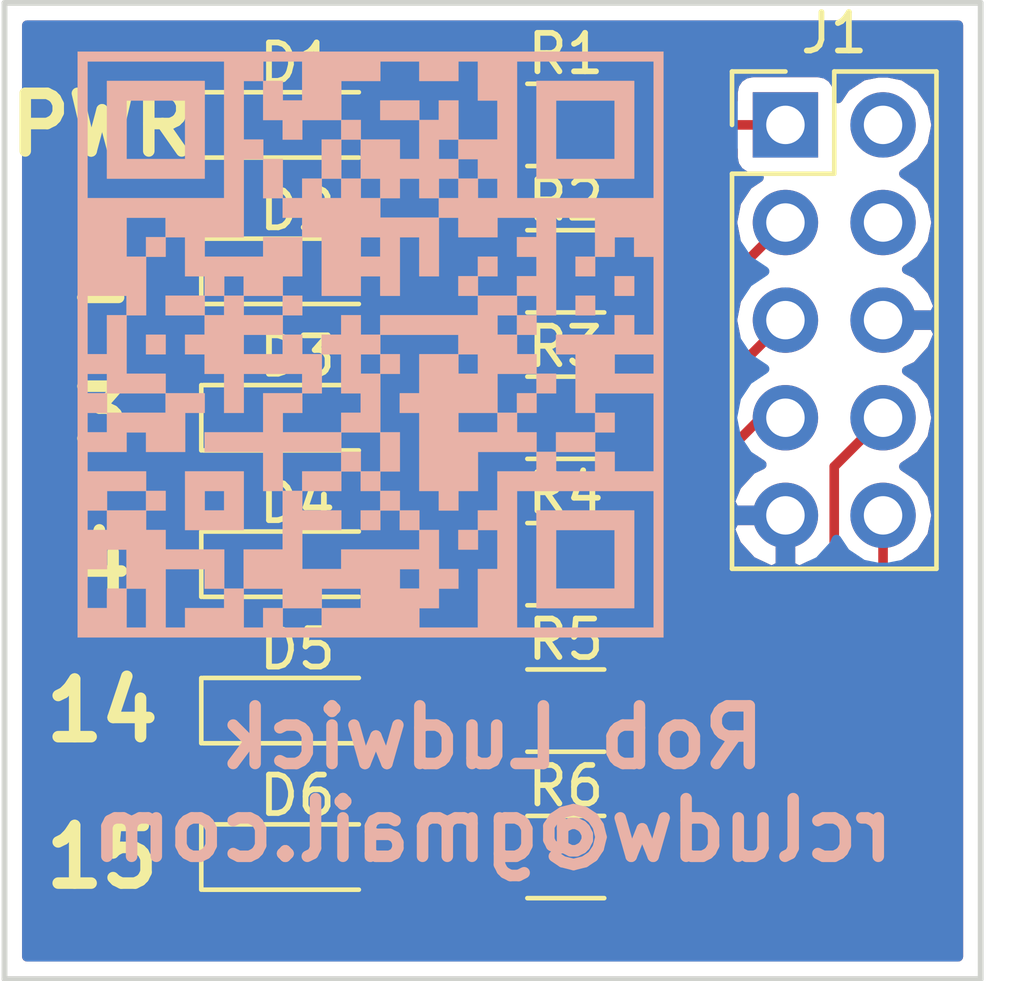
<source format=kicad_pcb>
(kicad_pcb (version 20171130) (host pcbnew 5.0.0-rc2-dev-unknown-ccb668c~64~ubuntu18.04.1)

  (general
    (thickness 1.6)
    (drawings 11)
    (tracks 32)
    (zones 0)
    (modules 14)
    (nets 16)
  )

  (page A4)
  (layers
    (0 F.Cu signal)
    (31 B.Cu signal)
    (32 B.Adhes user)
    (33 F.Adhes user)
    (34 B.Paste user)
    (35 F.Paste user)
    (36 B.SilkS user)
    (37 F.SilkS user)
    (38 B.Mask user)
    (39 F.Mask user)
    (40 Dwgs.User user)
    (41 Cmts.User user)
    (42 Eco1.User user)
    (43 Eco2.User user)
    (44 Edge.Cuts user)
    (45 Margin user)
    (46 B.CrtYd user)
    (47 F.CrtYd user)
    (48 B.Fab user)
    (49 F.Fab user)
  )

  (setup
    (last_trace_width 0.25)
    (trace_clearance 0.2)
    (zone_clearance 0.381)
    (zone_45_only no)
    (trace_min 0.2)
    (segment_width 0.2)
    (edge_width 0.15)
    (via_size 0.6)
    (via_drill 0.4)
    (via_min_size 0.4)
    (via_min_drill 0.3)
    (uvia_size 0.3)
    (uvia_drill 0.1)
    (uvias_allowed no)
    (uvia_min_size 0.2)
    (uvia_min_drill 0.1)
    (pcb_text_width 0.3)
    (pcb_text_size 1.5 1.5)
    (mod_edge_width 0.15)
    (mod_text_size 1 1)
    (mod_text_width 0.15)
    (pad_size 1.524 1.524)
    (pad_drill 0.762)
    (pad_to_mask_clearance 0.2)
    (aux_axis_origin 0 0)
    (grid_origin 137.16 125.73)
    (visible_elements FFFFF7FF)
    (pcbplotparams
      (layerselection 0x00030_80000001)
      (usegerberextensions false)
      (usegerberattributes false)
      (usegerberadvancedattributes false)
      (creategerberjobfile false)
      (excludeedgelayer true)
      (linewidth 0.100000)
      (plotframeref false)
      (viasonmask false)
      (mode 1)
      (useauxorigin false)
      (hpglpennumber 1)
      (hpglpenspeed 20)
      (hpglpendiameter 15)
      (psnegative false)
      (psa4output false)
      (plotreference true)
      (plotvalue true)
      (plotinvisibletext false)
      (padsonsilk false)
      (subtractmaskfromsilk false)
      (outputformat 1)
      (mirror false)
      (drillshape 1)
      (scaleselection 1)
      (outputdirectory ""))
  )

  (net 0 "")
  (net 1 GND)
  (net 2 "Net-(D1-Pad2)")
  (net 3 "Net-(D2-Pad2)")
  (net 4 "Net-(D3-Pad2)")
  (net 5 "Net-(D4-Pad2)")
  (net 6 "Net-(D5-Pad2)")
  (net 7 "Net-(D6-Pad2)")
  (net 8 /3V3)
  (net 9 /GPIO2)
  (net 10 /GPIO3)
  (net 11 /GPIO4)
  (net 12 /GPIO14)
  (net 13 /GPIO15)
  (net 14 "Net-(J1-Pad2)")
  (net 15 "Net-(J1-Pad4)")

  (net_class Default "This is the default net class."
    (clearance 0.2)
    (trace_width 0.25)
    (via_dia 0.6)
    (via_drill 0.4)
    (uvia_dia 0.3)
    (uvia_drill 0.1)
    (add_net /3V3)
    (add_net /GPIO14)
    (add_net /GPIO15)
    (add_net /GPIO2)
    (add_net /GPIO3)
    (add_net /GPIO4)
    (add_net GND)
    (add_net "Net-(D1-Pad2)")
    (add_net "Net-(D2-Pad2)")
    (add_net "Net-(D3-Pad2)")
    (add_net "Net-(D4-Pad2)")
    (add_net "Net-(D5-Pad2)")
    (add_net "Net-(D6-Pad2)")
    (add_net "Net-(J1-Pad2)")
    (add_net "Net-(J1-Pad4)")
  )

  (module LEDs:LED_1206 (layer F.Cu) (tedit 57FE943C) (tstamp 5AAB1831)
    (at 144.78 103.505)
    (descr "LED 1206 smd package")
    (tags "LED led 1206 SMD smd SMT smt smdled SMDLED smtled SMTLED")
    (path /5A9E4341)
    (attr smd)
    (fp_text reference D1 (at 0 -1.6) (layer F.SilkS)
      (effects (font (size 1 1) (thickness 0.15)))
    )
    (fp_text value Red (at 0 1.7) (layer F.Fab)
      (effects (font (size 1 1) (thickness 0.15)))
    )
    (fp_line (start -2.5 -0.85) (end -2.5 0.85) (layer F.SilkS) (width 0.12))
    (fp_line (start -0.45 -0.4) (end -0.45 0.4) (layer F.Fab) (width 0.1))
    (fp_line (start -0.4 0) (end 0.2 -0.4) (layer F.Fab) (width 0.1))
    (fp_line (start 0.2 0.4) (end -0.4 0) (layer F.Fab) (width 0.1))
    (fp_line (start 0.2 -0.4) (end 0.2 0.4) (layer F.Fab) (width 0.1))
    (fp_line (start 1.6 0.8) (end -1.6 0.8) (layer F.Fab) (width 0.1))
    (fp_line (start 1.6 -0.8) (end 1.6 0.8) (layer F.Fab) (width 0.1))
    (fp_line (start -1.6 -0.8) (end 1.6 -0.8) (layer F.Fab) (width 0.1))
    (fp_line (start -1.6 0.8) (end -1.6 -0.8) (layer F.Fab) (width 0.1))
    (fp_line (start -2.45 0.85) (end 1.6 0.85) (layer F.SilkS) (width 0.12))
    (fp_line (start -2.45 -0.85) (end 1.6 -0.85) (layer F.SilkS) (width 0.12))
    (fp_line (start 2.65 -1) (end 2.65 1) (layer F.CrtYd) (width 0.05))
    (fp_line (start 2.65 1) (end -2.65 1) (layer F.CrtYd) (width 0.05))
    (fp_line (start -2.65 1) (end -2.65 -1) (layer F.CrtYd) (width 0.05))
    (fp_line (start -2.65 -1) (end 2.65 -1) (layer F.CrtYd) (width 0.05))
    (pad 2 smd rect (at 1.65 0 180) (size 1.5 1.5) (layers F.Cu F.Paste F.Mask)
      (net 2 "Net-(D1-Pad2)"))
    (pad 1 smd rect (at -1.65 0 180) (size 1.5 1.5) (layers F.Cu F.Paste F.Mask)
      (net 1 GND))
    (model LEDs.3dshapes/LED_1206.wrl
      (at (xyz 0 0 0))
      (scale (xyz 1 1 1))
      (rotate (xyz 0 0 180))
    )
  )

  (module LEDs:LED_1206 (layer F.Cu) (tedit 57FE943C) (tstamp 5AAB1837)
    (at 144.78 107.315)
    (descr "LED 1206 smd package")
    (tags "LED led 1206 SMD smd SMT smt smdled SMDLED smtled SMTLED")
    (path /5A9E06BA)
    (attr smd)
    (fp_text reference D2 (at 0 -1.6) (layer F.SilkS)
      (effects (font (size 1 1) (thickness 0.15)))
    )
    (fp_text value Blue (at 0 1.7) (layer F.Fab)
      (effects (font (size 1 1) (thickness 0.15)))
    )
    (fp_line (start -2.5 -0.85) (end -2.5 0.85) (layer F.SilkS) (width 0.12))
    (fp_line (start -0.45 -0.4) (end -0.45 0.4) (layer F.Fab) (width 0.1))
    (fp_line (start -0.4 0) (end 0.2 -0.4) (layer F.Fab) (width 0.1))
    (fp_line (start 0.2 0.4) (end -0.4 0) (layer F.Fab) (width 0.1))
    (fp_line (start 0.2 -0.4) (end 0.2 0.4) (layer F.Fab) (width 0.1))
    (fp_line (start 1.6 0.8) (end -1.6 0.8) (layer F.Fab) (width 0.1))
    (fp_line (start 1.6 -0.8) (end 1.6 0.8) (layer F.Fab) (width 0.1))
    (fp_line (start -1.6 -0.8) (end 1.6 -0.8) (layer F.Fab) (width 0.1))
    (fp_line (start -1.6 0.8) (end -1.6 -0.8) (layer F.Fab) (width 0.1))
    (fp_line (start -2.45 0.85) (end 1.6 0.85) (layer F.SilkS) (width 0.12))
    (fp_line (start -2.45 -0.85) (end 1.6 -0.85) (layer F.SilkS) (width 0.12))
    (fp_line (start 2.65 -1) (end 2.65 1) (layer F.CrtYd) (width 0.05))
    (fp_line (start 2.65 1) (end -2.65 1) (layer F.CrtYd) (width 0.05))
    (fp_line (start -2.65 1) (end -2.65 -1) (layer F.CrtYd) (width 0.05))
    (fp_line (start -2.65 -1) (end 2.65 -1) (layer F.CrtYd) (width 0.05))
    (pad 2 smd rect (at 1.65 0 180) (size 1.5 1.5) (layers F.Cu F.Paste F.Mask)
      (net 3 "Net-(D2-Pad2)"))
    (pad 1 smd rect (at -1.65 0 180) (size 1.5 1.5) (layers F.Cu F.Paste F.Mask)
      (net 1 GND))
    (model LEDs.3dshapes/LED_1206.wrl
      (at (xyz 0 0 0))
      (scale (xyz 1 1 1))
      (rotate (xyz 0 0 180))
    )
  )

  (module LEDs:LED_1206 (layer F.Cu) (tedit 57FE943C) (tstamp 5AAB183D)
    (at 144.78 111.125)
    (descr "LED 1206 smd package")
    (tags "LED led 1206 SMD smd SMT smt smdled SMDLED smtled SMTLED")
    (path /5A9E4309)
    (attr smd)
    (fp_text reference D3 (at 0 -1.6) (layer F.SilkS)
      (effects (font (size 1 1) (thickness 0.15)))
    )
    (fp_text value Blue (at 0 1.7) (layer F.Fab)
      (effects (font (size 1 1) (thickness 0.15)))
    )
    (fp_line (start -2.5 -0.85) (end -2.5 0.85) (layer F.SilkS) (width 0.12))
    (fp_line (start -0.45 -0.4) (end -0.45 0.4) (layer F.Fab) (width 0.1))
    (fp_line (start -0.4 0) (end 0.2 -0.4) (layer F.Fab) (width 0.1))
    (fp_line (start 0.2 0.4) (end -0.4 0) (layer F.Fab) (width 0.1))
    (fp_line (start 0.2 -0.4) (end 0.2 0.4) (layer F.Fab) (width 0.1))
    (fp_line (start 1.6 0.8) (end -1.6 0.8) (layer F.Fab) (width 0.1))
    (fp_line (start 1.6 -0.8) (end 1.6 0.8) (layer F.Fab) (width 0.1))
    (fp_line (start -1.6 -0.8) (end 1.6 -0.8) (layer F.Fab) (width 0.1))
    (fp_line (start -1.6 0.8) (end -1.6 -0.8) (layer F.Fab) (width 0.1))
    (fp_line (start -2.45 0.85) (end 1.6 0.85) (layer F.SilkS) (width 0.12))
    (fp_line (start -2.45 -0.85) (end 1.6 -0.85) (layer F.SilkS) (width 0.12))
    (fp_line (start 2.65 -1) (end 2.65 1) (layer F.CrtYd) (width 0.05))
    (fp_line (start 2.65 1) (end -2.65 1) (layer F.CrtYd) (width 0.05))
    (fp_line (start -2.65 1) (end -2.65 -1) (layer F.CrtYd) (width 0.05))
    (fp_line (start -2.65 -1) (end 2.65 -1) (layer F.CrtYd) (width 0.05))
    (pad 2 smd rect (at 1.65 0 180) (size 1.5 1.5) (layers F.Cu F.Paste F.Mask)
      (net 4 "Net-(D3-Pad2)"))
    (pad 1 smd rect (at -1.65 0 180) (size 1.5 1.5) (layers F.Cu F.Paste F.Mask)
      (net 1 GND))
    (model LEDs.3dshapes/LED_1206.wrl
      (at (xyz 0 0 0))
      (scale (xyz 1 1 1))
      (rotate (xyz 0 0 180))
    )
  )

  (module LEDs:LED_1206 (layer F.Cu) (tedit 57FE943C) (tstamp 5AAB1843)
    (at 144.78 114.935)
    (descr "LED 1206 smd package")
    (tags "LED led 1206 SMD smd SMT smt smdled SMDLED smtled SMTLED")
    (path /5A9E438A)
    (attr smd)
    (fp_text reference D4 (at 0 -1.6) (layer F.SilkS)
      (effects (font (size 1 1) (thickness 0.15)))
    )
    (fp_text value Blue (at 0 1.7) (layer F.Fab)
      (effects (font (size 1 1) (thickness 0.15)))
    )
    (fp_line (start -2.5 -0.85) (end -2.5 0.85) (layer F.SilkS) (width 0.12))
    (fp_line (start -0.45 -0.4) (end -0.45 0.4) (layer F.Fab) (width 0.1))
    (fp_line (start -0.4 0) (end 0.2 -0.4) (layer F.Fab) (width 0.1))
    (fp_line (start 0.2 0.4) (end -0.4 0) (layer F.Fab) (width 0.1))
    (fp_line (start 0.2 -0.4) (end 0.2 0.4) (layer F.Fab) (width 0.1))
    (fp_line (start 1.6 0.8) (end -1.6 0.8) (layer F.Fab) (width 0.1))
    (fp_line (start 1.6 -0.8) (end 1.6 0.8) (layer F.Fab) (width 0.1))
    (fp_line (start -1.6 -0.8) (end 1.6 -0.8) (layer F.Fab) (width 0.1))
    (fp_line (start -1.6 0.8) (end -1.6 -0.8) (layer F.Fab) (width 0.1))
    (fp_line (start -2.45 0.85) (end 1.6 0.85) (layer F.SilkS) (width 0.12))
    (fp_line (start -2.45 -0.85) (end 1.6 -0.85) (layer F.SilkS) (width 0.12))
    (fp_line (start 2.65 -1) (end 2.65 1) (layer F.CrtYd) (width 0.05))
    (fp_line (start 2.65 1) (end -2.65 1) (layer F.CrtYd) (width 0.05))
    (fp_line (start -2.65 1) (end -2.65 -1) (layer F.CrtYd) (width 0.05))
    (fp_line (start -2.65 -1) (end 2.65 -1) (layer F.CrtYd) (width 0.05))
    (pad 2 smd rect (at 1.65 0 180) (size 1.5 1.5) (layers F.Cu F.Paste F.Mask)
      (net 5 "Net-(D4-Pad2)"))
    (pad 1 smd rect (at -1.65 0 180) (size 1.5 1.5) (layers F.Cu F.Paste F.Mask)
      (net 1 GND))
    (model LEDs.3dshapes/LED_1206.wrl
      (at (xyz 0 0 0))
      (scale (xyz 1 1 1))
      (rotate (xyz 0 0 180))
    )
  )

  (module LEDs:LED_1206 (layer F.Cu) (tedit 57FE943C) (tstamp 5AAB1849)
    (at 144.78 118.745)
    (descr "LED 1206 smd package")
    (tags "LED led 1206 SMD smd SMT smt smdled SMDLED smtled SMTLED")
    (path /5A9E43C2)
    (attr smd)
    (fp_text reference D5 (at 0 -1.6) (layer F.SilkS)
      (effects (font (size 1 1) (thickness 0.15)))
    )
    (fp_text value Blue (at 0 1.7) (layer F.Fab)
      (effects (font (size 1 1) (thickness 0.15)))
    )
    (fp_line (start -2.5 -0.85) (end -2.5 0.85) (layer F.SilkS) (width 0.12))
    (fp_line (start -0.45 -0.4) (end -0.45 0.4) (layer F.Fab) (width 0.1))
    (fp_line (start -0.4 0) (end 0.2 -0.4) (layer F.Fab) (width 0.1))
    (fp_line (start 0.2 0.4) (end -0.4 0) (layer F.Fab) (width 0.1))
    (fp_line (start 0.2 -0.4) (end 0.2 0.4) (layer F.Fab) (width 0.1))
    (fp_line (start 1.6 0.8) (end -1.6 0.8) (layer F.Fab) (width 0.1))
    (fp_line (start 1.6 -0.8) (end 1.6 0.8) (layer F.Fab) (width 0.1))
    (fp_line (start -1.6 -0.8) (end 1.6 -0.8) (layer F.Fab) (width 0.1))
    (fp_line (start -1.6 0.8) (end -1.6 -0.8) (layer F.Fab) (width 0.1))
    (fp_line (start -2.45 0.85) (end 1.6 0.85) (layer F.SilkS) (width 0.12))
    (fp_line (start -2.45 -0.85) (end 1.6 -0.85) (layer F.SilkS) (width 0.12))
    (fp_line (start 2.65 -1) (end 2.65 1) (layer F.CrtYd) (width 0.05))
    (fp_line (start 2.65 1) (end -2.65 1) (layer F.CrtYd) (width 0.05))
    (fp_line (start -2.65 1) (end -2.65 -1) (layer F.CrtYd) (width 0.05))
    (fp_line (start -2.65 -1) (end 2.65 -1) (layer F.CrtYd) (width 0.05))
    (pad 2 smd rect (at 1.65 0 180) (size 1.5 1.5) (layers F.Cu F.Paste F.Mask)
      (net 6 "Net-(D5-Pad2)"))
    (pad 1 smd rect (at -1.65 0 180) (size 1.5 1.5) (layers F.Cu F.Paste F.Mask)
      (net 1 GND))
    (model LEDs.3dshapes/LED_1206.wrl
      (at (xyz 0 0 0))
      (scale (xyz 1 1 1))
      (rotate (xyz 0 0 180))
    )
  )

  (module LEDs:LED_1206 (layer F.Cu) (tedit 57FE943C) (tstamp 5AAB184F)
    (at 144.78 122.555)
    (descr "LED 1206 smd package")
    (tags "LED led 1206 SMD smd SMT smt smdled SMDLED smtled SMTLED")
    (path /5A9E532B)
    (attr smd)
    (fp_text reference D6 (at 0 -1.6) (layer F.SilkS)
      (effects (font (size 1 1) (thickness 0.15)))
    )
    (fp_text value Blue (at 0 1.7) (layer F.Fab)
      (effects (font (size 1 1) (thickness 0.15)))
    )
    (fp_line (start -2.5 -0.85) (end -2.5 0.85) (layer F.SilkS) (width 0.12))
    (fp_line (start -0.45 -0.4) (end -0.45 0.4) (layer F.Fab) (width 0.1))
    (fp_line (start -0.4 0) (end 0.2 -0.4) (layer F.Fab) (width 0.1))
    (fp_line (start 0.2 0.4) (end -0.4 0) (layer F.Fab) (width 0.1))
    (fp_line (start 0.2 -0.4) (end 0.2 0.4) (layer F.Fab) (width 0.1))
    (fp_line (start 1.6 0.8) (end -1.6 0.8) (layer F.Fab) (width 0.1))
    (fp_line (start 1.6 -0.8) (end 1.6 0.8) (layer F.Fab) (width 0.1))
    (fp_line (start -1.6 -0.8) (end 1.6 -0.8) (layer F.Fab) (width 0.1))
    (fp_line (start -1.6 0.8) (end -1.6 -0.8) (layer F.Fab) (width 0.1))
    (fp_line (start -2.45 0.85) (end 1.6 0.85) (layer F.SilkS) (width 0.12))
    (fp_line (start -2.45 -0.85) (end 1.6 -0.85) (layer F.SilkS) (width 0.12))
    (fp_line (start 2.65 -1) (end 2.65 1) (layer F.CrtYd) (width 0.05))
    (fp_line (start 2.65 1) (end -2.65 1) (layer F.CrtYd) (width 0.05))
    (fp_line (start -2.65 1) (end -2.65 -1) (layer F.CrtYd) (width 0.05))
    (fp_line (start -2.65 -1) (end 2.65 -1) (layer F.CrtYd) (width 0.05))
    (pad 2 smd rect (at 1.65 0 180) (size 1.5 1.5) (layers F.Cu F.Paste F.Mask)
      (net 7 "Net-(D6-Pad2)"))
    (pad 1 smd rect (at -1.65 0 180) (size 1.5 1.5) (layers F.Cu F.Paste F.Mask)
      (net 1 GND))
    (model LEDs.3dshapes/LED_1206.wrl
      (at (xyz 0 0 0))
      (scale (xyz 1 1 1))
      (rotate (xyz 0 0 180))
    )
  )

  (module Pin_Headers:Pin_Header_Straight_2x05_Pitch2.54mm (layer F.Cu) (tedit 5862ED53) (tstamp 5AAB185D)
    (at 157.48 103.505)
    (descr "Through hole straight pin header, 2x05, 2.54mm pitch, double rows")
    (tags "Through hole pin header THT 2x05 2.54mm double row")
    (path /5A9DF6ED)
    (fp_text reference J1 (at 1.27 -2.39) (layer F.SilkS)
      (effects (font (size 1 1) (thickness 0.15)))
    )
    (fp_text value CONN_02X05 (at 1.27 12.55) (layer F.Fab)
      (effects (font (size 1 1) (thickness 0.15)))
    )
    (fp_line (start -1.27 -1.27) (end -1.27 11.43) (layer F.Fab) (width 0.1))
    (fp_line (start -1.27 11.43) (end 3.81 11.43) (layer F.Fab) (width 0.1))
    (fp_line (start 3.81 11.43) (end 3.81 -1.27) (layer F.Fab) (width 0.1))
    (fp_line (start 3.81 -1.27) (end -1.27 -1.27) (layer F.Fab) (width 0.1))
    (fp_line (start -1.39 1.27) (end -1.39 11.55) (layer F.SilkS) (width 0.12))
    (fp_line (start -1.39 11.55) (end 3.93 11.55) (layer F.SilkS) (width 0.12))
    (fp_line (start 3.93 11.55) (end 3.93 -1.39) (layer F.SilkS) (width 0.12))
    (fp_line (start 3.93 -1.39) (end 1.27 -1.39) (layer F.SilkS) (width 0.12))
    (fp_line (start 1.27 -1.39) (end 1.27 1.27) (layer F.SilkS) (width 0.12))
    (fp_line (start 1.27 1.27) (end -1.39 1.27) (layer F.SilkS) (width 0.12))
    (fp_line (start -1.39 0) (end -1.39 -1.39) (layer F.SilkS) (width 0.12))
    (fp_line (start -1.39 -1.39) (end 0 -1.39) (layer F.SilkS) (width 0.12))
    (fp_line (start -1.6 -1.6) (end -1.6 11.7) (layer F.CrtYd) (width 0.05))
    (fp_line (start -1.6 11.7) (end 4.1 11.7) (layer F.CrtYd) (width 0.05))
    (fp_line (start 4.1 11.7) (end 4.1 -1.6) (layer F.CrtYd) (width 0.05))
    (fp_line (start 4.1 -1.6) (end -1.6 -1.6) (layer F.CrtYd) (width 0.05))
    (pad 1 thru_hole rect (at 0 0) (size 1.7 1.7) (drill 1) (layers *.Cu *.Mask)
      (net 8 /3V3))
    (pad 2 thru_hole oval (at 2.54 0) (size 1.7 1.7) (drill 1) (layers *.Cu *.Mask)
      (net 14 "Net-(J1-Pad2)"))
    (pad 3 thru_hole oval (at 0 2.54) (size 1.7 1.7) (drill 1) (layers *.Cu *.Mask)
      (net 9 /GPIO2))
    (pad 4 thru_hole oval (at 2.54 2.54) (size 1.7 1.7) (drill 1) (layers *.Cu *.Mask)
      (net 15 "Net-(J1-Pad4)"))
    (pad 5 thru_hole oval (at 0 5.08) (size 1.7 1.7) (drill 1) (layers *.Cu *.Mask)
      (net 10 /GPIO3))
    (pad 6 thru_hole oval (at 2.54 5.08) (size 1.7 1.7) (drill 1) (layers *.Cu *.Mask)
      (net 1 GND))
    (pad 7 thru_hole oval (at 0 7.62) (size 1.7 1.7) (drill 1) (layers *.Cu *.Mask)
      (net 11 /GPIO4))
    (pad 8 thru_hole oval (at 2.54 7.62) (size 1.7 1.7) (drill 1) (layers *.Cu *.Mask)
      (net 12 /GPIO14))
    (pad 9 thru_hole oval (at 0 10.16) (size 1.7 1.7) (drill 1) (layers *.Cu *.Mask)
      (net 1 GND))
    (pad 10 thru_hole oval (at 2.54 10.16) (size 1.7 1.7) (drill 1) (layers *.Cu *.Mask)
      (net 13 /GPIO15))
    (model Pin_Headers.3dshapes/Pin_Header_Straight_2x05_Pitch2.54mm.wrl
      (at (xyz 0 0 0))
      (scale (xyz 1 1 1))
      (rotate (xyz 0 0 0))
    )
  )

  (module Resistors_SMD:R_1206_HandSoldering (layer F.Cu) (tedit 58AADA36) (tstamp 5AAB1863)
    (at 151.765 103.505)
    (descr "Resistor SMD 1206, hand soldering")
    (tags "resistor 1206")
    (path /5A9E4A72)
    (attr smd)
    (fp_text reference R1 (at 0 -1.85) (layer F.SilkS)
      (effects (font (size 1 1) (thickness 0.15)))
    )
    (fp_text value 200 (at 0 1.9) (layer F.Fab)
      (effects (font (size 1 1) (thickness 0.15)))
    )
    (fp_text user %R (at 0 -1.85) (layer F.Fab)
      (effects (font (size 1 1) (thickness 0.15)))
    )
    (fp_line (start -1.6 0.8) (end -1.6 -0.8) (layer F.Fab) (width 0.1))
    (fp_line (start 1.6 0.8) (end -1.6 0.8) (layer F.Fab) (width 0.1))
    (fp_line (start 1.6 -0.8) (end 1.6 0.8) (layer F.Fab) (width 0.1))
    (fp_line (start -1.6 -0.8) (end 1.6 -0.8) (layer F.Fab) (width 0.1))
    (fp_line (start 1 1.07) (end -1 1.07) (layer F.SilkS) (width 0.12))
    (fp_line (start -1 -1.07) (end 1 -1.07) (layer F.SilkS) (width 0.12))
    (fp_line (start -3.25 -1.11) (end 3.25 -1.11) (layer F.CrtYd) (width 0.05))
    (fp_line (start -3.25 -1.11) (end -3.25 1.1) (layer F.CrtYd) (width 0.05))
    (fp_line (start 3.25 1.1) (end 3.25 -1.11) (layer F.CrtYd) (width 0.05))
    (fp_line (start 3.25 1.1) (end -3.25 1.1) (layer F.CrtYd) (width 0.05))
    (pad 1 smd rect (at -2 0) (size 2 1.7) (layers F.Cu F.Paste F.Mask)
      (net 2 "Net-(D1-Pad2)"))
    (pad 2 smd rect (at 2 0) (size 2 1.7) (layers F.Cu F.Paste F.Mask)
      (net 8 /3V3))
    (model Resistors_SMD.3dshapes/R_1206.wrl
      (at (xyz 0 0 0))
      (scale (xyz 1 1 1))
      (rotate (xyz 0 0 0))
    )
  )

  (module Resistors_SMD:R_1206_HandSoldering (layer F.Cu) (tedit 58AADA36) (tstamp 5AAB1869)
    (at 151.765 107.315)
    (descr "Resistor SMD 1206, hand soldering")
    (tags "resistor 1206")
    (path /5A9E4A9F)
    (attr smd)
    (fp_text reference R2 (at 0 -1.85) (layer F.SilkS)
      (effects (font (size 1 1) (thickness 0.15)))
    )
    (fp_text value 200 (at 0 1.9) (layer F.Fab)
      (effects (font (size 1 1) (thickness 0.15)))
    )
    (fp_text user %R (at 0 -1.85) (layer F.Fab)
      (effects (font (size 1 1) (thickness 0.15)))
    )
    (fp_line (start -1.6 0.8) (end -1.6 -0.8) (layer F.Fab) (width 0.1))
    (fp_line (start 1.6 0.8) (end -1.6 0.8) (layer F.Fab) (width 0.1))
    (fp_line (start 1.6 -0.8) (end 1.6 0.8) (layer F.Fab) (width 0.1))
    (fp_line (start -1.6 -0.8) (end 1.6 -0.8) (layer F.Fab) (width 0.1))
    (fp_line (start 1 1.07) (end -1 1.07) (layer F.SilkS) (width 0.12))
    (fp_line (start -1 -1.07) (end 1 -1.07) (layer F.SilkS) (width 0.12))
    (fp_line (start -3.25 -1.11) (end 3.25 -1.11) (layer F.CrtYd) (width 0.05))
    (fp_line (start -3.25 -1.11) (end -3.25 1.1) (layer F.CrtYd) (width 0.05))
    (fp_line (start 3.25 1.1) (end 3.25 -1.11) (layer F.CrtYd) (width 0.05))
    (fp_line (start 3.25 1.1) (end -3.25 1.1) (layer F.CrtYd) (width 0.05))
    (pad 1 smd rect (at -2 0) (size 2 1.7) (layers F.Cu F.Paste F.Mask)
      (net 3 "Net-(D2-Pad2)"))
    (pad 2 smd rect (at 2 0) (size 2 1.7) (layers F.Cu F.Paste F.Mask)
      (net 9 /GPIO2))
    (model Resistors_SMD.3dshapes/R_1206.wrl
      (at (xyz 0 0 0))
      (scale (xyz 1 1 1))
      (rotate (xyz 0 0 0))
    )
  )

  (module Resistors_SMD:R_1206_HandSoldering (layer F.Cu) (tedit 58AADA36) (tstamp 5AAB186F)
    (at 151.765 111.125)
    (descr "Resistor SMD 1206, hand soldering")
    (tags "resistor 1206")
    (path /5A9E4B03)
    (attr smd)
    (fp_text reference R3 (at 0 -1.85) (layer F.SilkS)
      (effects (font (size 1 1) (thickness 0.15)))
    )
    (fp_text value 200 (at 0 1.9) (layer F.Fab)
      (effects (font (size 1 1) (thickness 0.15)))
    )
    (fp_text user %R (at 0 -1.85) (layer F.Fab)
      (effects (font (size 1 1) (thickness 0.15)))
    )
    (fp_line (start -1.6 0.8) (end -1.6 -0.8) (layer F.Fab) (width 0.1))
    (fp_line (start 1.6 0.8) (end -1.6 0.8) (layer F.Fab) (width 0.1))
    (fp_line (start 1.6 -0.8) (end 1.6 0.8) (layer F.Fab) (width 0.1))
    (fp_line (start -1.6 -0.8) (end 1.6 -0.8) (layer F.Fab) (width 0.1))
    (fp_line (start 1 1.07) (end -1 1.07) (layer F.SilkS) (width 0.12))
    (fp_line (start -1 -1.07) (end 1 -1.07) (layer F.SilkS) (width 0.12))
    (fp_line (start -3.25 -1.11) (end 3.25 -1.11) (layer F.CrtYd) (width 0.05))
    (fp_line (start -3.25 -1.11) (end -3.25 1.1) (layer F.CrtYd) (width 0.05))
    (fp_line (start 3.25 1.1) (end 3.25 -1.11) (layer F.CrtYd) (width 0.05))
    (fp_line (start 3.25 1.1) (end -3.25 1.1) (layer F.CrtYd) (width 0.05))
    (pad 1 smd rect (at -2 0) (size 2 1.7) (layers F.Cu F.Paste F.Mask)
      (net 4 "Net-(D3-Pad2)"))
    (pad 2 smd rect (at 2 0) (size 2 1.7) (layers F.Cu F.Paste F.Mask)
      (net 10 /GPIO3))
    (model Resistors_SMD.3dshapes/R_1206.wrl
      (at (xyz 0 0 0))
      (scale (xyz 1 1 1))
      (rotate (xyz 0 0 0))
    )
  )

  (module Resistors_SMD:R_1206_HandSoldering (layer F.Cu) (tedit 58AADA36) (tstamp 5AAB1875)
    (at 151.765 114.935)
    (descr "Resistor SMD 1206, hand soldering")
    (tags "resistor 1206")
    (path /5A9E4B36)
    (attr smd)
    (fp_text reference R4 (at 0 -1.85) (layer F.SilkS)
      (effects (font (size 1 1) (thickness 0.15)))
    )
    (fp_text value 200 (at 0 1.9) (layer F.Fab)
      (effects (font (size 1 1) (thickness 0.15)))
    )
    (fp_text user %R (at 0 -1.85) (layer F.Fab)
      (effects (font (size 1 1) (thickness 0.15)))
    )
    (fp_line (start -1.6 0.8) (end -1.6 -0.8) (layer F.Fab) (width 0.1))
    (fp_line (start 1.6 0.8) (end -1.6 0.8) (layer F.Fab) (width 0.1))
    (fp_line (start 1.6 -0.8) (end 1.6 0.8) (layer F.Fab) (width 0.1))
    (fp_line (start -1.6 -0.8) (end 1.6 -0.8) (layer F.Fab) (width 0.1))
    (fp_line (start 1 1.07) (end -1 1.07) (layer F.SilkS) (width 0.12))
    (fp_line (start -1 -1.07) (end 1 -1.07) (layer F.SilkS) (width 0.12))
    (fp_line (start -3.25 -1.11) (end 3.25 -1.11) (layer F.CrtYd) (width 0.05))
    (fp_line (start -3.25 -1.11) (end -3.25 1.1) (layer F.CrtYd) (width 0.05))
    (fp_line (start 3.25 1.1) (end 3.25 -1.11) (layer F.CrtYd) (width 0.05))
    (fp_line (start 3.25 1.1) (end -3.25 1.1) (layer F.CrtYd) (width 0.05))
    (pad 1 smd rect (at -2 0) (size 2 1.7) (layers F.Cu F.Paste F.Mask)
      (net 5 "Net-(D4-Pad2)"))
    (pad 2 smd rect (at 2 0) (size 2 1.7) (layers F.Cu F.Paste F.Mask)
      (net 11 /GPIO4))
    (model Resistors_SMD.3dshapes/R_1206.wrl
      (at (xyz 0 0 0))
      (scale (xyz 1 1 1))
      (rotate (xyz 0 0 0))
    )
  )

  (module Resistors_SMD:R_1206_HandSoldering (layer F.Cu) (tedit 58AADA36) (tstamp 5AAB187B)
    (at 151.765 118.745)
    (descr "Resistor SMD 1206, hand soldering")
    (tags "resistor 1206")
    (path /5A9E4B71)
    (attr smd)
    (fp_text reference R5 (at 0 -1.85) (layer F.SilkS)
      (effects (font (size 1 1) (thickness 0.15)))
    )
    (fp_text value 200 (at 0 1.9) (layer F.Fab)
      (effects (font (size 1 1) (thickness 0.15)))
    )
    (fp_text user %R (at 0 -1.85) (layer F.Fab)
      (effects (font (size 1 1) (thickness 0.15)))
    )
    (fp_line (start -1.6 0.8) (end -1.6 -0.8) (layer F.Fab) (width 0.1))
    (fp_line (start 1.6 0.8) (end -1.6 0.8) (layer F.Fab) (width 0.1))
    (fp_line (start 1.6 -0.8) (end 1.6 0.8) (layer F.Fab) (width 0.1))
    (fp_line (start -1.6 -0.8) (end 1.6 -0.8) (layer F.Fab) (width 0.1))
    (fp_line (start 1 1.07) (end -1 1.07) (layer F.SilkS) (width 0.12))
    (fp_line (start -1 -1.07) (end 1 -1.07) (layer F.SilkS) (width 0.12))
    (fp_line (start -3.25 -1.11) (end 3.25 -1.11) (layer F.CrtYd) (width 0.05))
    (fp_line (start -3.25 -1.11) (end -3.25 1.1) (layer F.CrtYd) (width 0.05))
    (fp_line (start 3.25 1.1) (end 3.25 -1.11) (layer F.CrtYd) (width 0.05))
    (fp_line (start 3.25 1.1) (end -3.25 1.1) (layer F.CrtYd) (width 0.05))
    (pad 1 smd rect (at -2 0) (size 2 1.7) (layers F.Cu F.Paste F.Mask)
      (net 6 "Net-(D5-Pad2)"))
    (pad 2 smd rect (at 2 0) (size 2 1.7) (layers F.Cu F.Paste F.Mask)
      (net 12 /GPIO14))
    (model Resistors_SMD.3dshapes/R_1206.wrl
      (at (xyz 0 0 0))
      (scale (xyz 1 1 1))
      (rotate (xyz 0 0 0))
    )
  )

  (module Resistors_SMD:R_1206_HandSoldering (layer F.Cu) (tedit 58AADA36) (tstamp 5AAB1881)
    (at 151.765 122.555)
    (descr "Resistor SMD 1206, hand soldering")
    (tags "resistor 1206")
    (path /5A9E5377)
    (attr smd)
    (fp_text reference R6 (at 0 -1.85) (layer F.SilkS)
      (effects (font (size 1 1) (thickness 0.15)))
    )
    (fp_text value 200 (at 0 1.9) (layer F.Fab)
      (effects (font (size 1 1) (thickness 0.15)))
    )
    (fp_text user %R (at 0 -1.85) (layer F.Fab)
      (effects (font (size 1 1) (thickness 0.15)))
    )
    (fp_line (start -1.6 0.8) (end -1.6 -0.8) (layer F.Fab) (width 0.1))
    (fp_line (start 1.6 0.8) (end -1.6 0.8) (layer F.Fab) (width 0.1))
    (fp_line (start 1.6 -0.8) (end 1.6 0.8) (layer F.Fab) (width 0.1))
    (fp_line (start -1.6 -0.8) (end 1.6 -0.8) (layer F.Fab) (width 0.1))
    (fp_line (start 1 1.07) (end -1 1.07) (layer F.SilkS) (width 0.12))
    (fp_line (start -1 -1.07) (end 1 -1.07) (layer F.SilkS) (width 0.12))
    (fp_line (start -3.25 -1.11) (end 3.25 -1.11) (layer F.CrtYd) (width 0.05))
    (fp_line (start -3.25 -1.11) (end -3.25 1.1) (layer F.CrtYd) (width 0.05))
    (fp_line (start 3.25 1.1) (end 3.25 -1.11) (layer F.CrtYd) (width 0.05))
    (fp_line (start 3.25 1.1) (end -3.25 1.1) (layer F.CrtYd) (width 0.05))
    (pad 1 smd rect (at -2 0) (size 2 1.7) (layers F.Cu F.Paste F.Mask)
      (net 7 "Net-(D6-Pad2)"))
    (pad 2 smd rect (at 2 0) (size 2 1.7) (layers F.Cu F.Paste F.Mask)
      (net 13 /GPIO15))
    (model Resistors_SMD.3dshapes/R_1206.wrl
      (at (xyz 0 0 0))
      (scale (xyz 1 1 1))
      (rotate (xyz 0 0 0))
    )
  )

  (module tristate:LOGO (layer B.Cu) (tedit 5AE3E91F) (tstamp 5AE3EE46)
    (at 146.685 109.22 180)
    (fp_text reference LOGO (at 0 0 180) (layer B.SilkS) hide
      (effects (font (size 1.524 1.524) (thickness 0.3)) (justify mirror))
    )
    (fp_text value LOGO (at 0.75 0 180) (layer B.SilkS) hide
      (effects (font (size 1.524 1.524) (thickness 0.3)) (justify mirror))
    )
    (fp_poly (pts (xy 6.858 4.318) (xy 4.318 4.318) (xy 4.318 6.35) (xy 4.826 6.35)
      (xy 4.826 4.826) (xy 6.35 4.826) (xy 6.35 6.35) (xy 4.826 6.35)
      (xy 4.318 6.35) (xy 4.318 6.858) (xy 6.858 6.858) (xy 6.858 4.318)) (layer B.SilkS) (width 0.01))
    (fp_poly (pts (xy -4.318 4.318) (xy -6.858 4.318) (xy -6.858 6.35) (xy -6.35 6.35)
      (xy -6.35 4.826) (xy -4.826 4.826) (xy -4.826 6.35) (xy -6.35 6.35)
      (xy -6.858 6.35) (xy -6.858 6.858) (xy -4.318 6.858) (xy -4.318 4.318)) (layer B.SilkS) (width 0.01))
    (fp_poly (pts (xy 5.842 2.286) (xy 5.334 2.286) (xy 5.334 2.794) (xy 5.842 2.794)
      (xy 5.842 2.286)) (layer B.SilkS) (width 0.01))
    (fp_poly (pts (xy -5.334 1.778) (xy -5.842 1.778) (xy -5.842 2.286) (xy -5.334 2.286)
      (xy -5.334 1.778)) (layer B.SilkS) (width 0.01))
    (fp_poly (pts (xy -1.27 4.826) (xy -0.762 4.826) (xy -0.762 5.334) (xy 0.254 5.334)
      (xy 0.254 4.318) (xy -0.254 4.318) (xy -0.254 3.81) (xy -0.762 3.81)
      (xy -0.762 4.318) (xy -1.27 4.318) (xy -1.27 3.81) (xy -1.778 3.81)
      (xy -1.778 4.318) (xy -2.286 4.318) (xy -2.286 4.826) (xy -1.778 4.826)
      (xy -1.778 5.334) (xy -2.286 5.334) (xy -2.286 6.35) (xy -1.778 6.35)
      (xy -1.778 5.842) (xy -1.27 5.842) (xy -1.27 4.826)) (layer B.SilkS) (width 0.01))
    (fp_poly (pts (xy 1.778 4.318) (xy 1.778 3.81) (xy 2.286 3.81) (xy 2.286 3.302)
      (xy 1.778 3.302) (xy 1.778 2.794) (xy 1.27 2.794) (xy 1.27 1.27)
      (xy 0.254 1.27) (xy 0.254 1.778) (xy -0.254 1.778) (xy -0.254 1.27)
      (xy -0.762 1.27) (xy -0.762 2.794) (xy -0.254 2.794) (xy -0.254 2.286)
      (xy 0.254 2.286) (xy 0.254 2.794) (xy -0.254 2.794) (xy -0.762 2.794)
      (xy -1.27 2.794) (xy -1.27 1.778) (xy -1.778 1.778) (xy -1.778 3.302)
      (xy -0.254 3.302) (xy -0.254 3.81) (xy 0.254 3.81) (xy 0.254 4.318)
      (xy 0.762 4.318) (xy 0.762 3.81) (xy 1.27 3.81) (xy 1.27 4.318)
      (xy 0.762 4.318) (xy 0.762 5.334) (xy 1.27 5.334) (xy 1.27 4.318)
      (xy 1.778 4.318)) (layer B.SilkS) (width 0.01))
    (fp_poly (pts (xy -1.27 6.35) (xy -0.254 6.35) (xy -0.254 5.842) (xy -1.27 5.842)
      (xy -1.27 6.35)) (layer B.SilkS) (width 0.01))
    (fp_poly (pts (xy 0.254 5.842) (xy 0.762 5.842) (xy 0.762 5.334) (xy 0.254 5.334)
      (xy 0.254 5.842)) (layer B.SilkS) (width 0.01))
    (fp_poly (pts (xy 2.286 4.826) (xy 2.794 4.826) (xy 2.794 3.81) (xy 2.286 3.81)
      (xy 2.286 4.826)) (layer B.SilkS) (width 0.01))
    (fp_poly (pts (xy -6.35 1.27) (xy -6.858 1.27) (xy -6.858 1.778) (xy -6.35 1.778)
      (xy -6.35 1.27)) (layer B.SilkS) (width 0.01))
    (fp_poly (pts (xy -5.334 0.762) (xy -5.842 0.762) (xy -5.842 1.27) (xy -5.334 1.27)
      (xy -5.334 0.762)) (layer B.SilkS) (width 0.01))
    (fp_poly (pts (xy 5.842 -0.254) (xy 5.334 -0.254) (xy 5.334 0.254) (xy 5.842 0.254)
      (xy 5.842 -0.254)) (layer B.SilkS) (width 0.01))
    (fp_poly (pts (xy -6.35 -2.286) (xy -6.35 -1.778) (xy -5.842 -1.778) (xy -5.842 -2.286)
      (xy -6.35 -2.286)) (layer B.SilkS) (width 0.01))
    (fp_poly (pts (xy -4.826 -2.286) (xy -4.826 -2.794) (xy -5.842 -2.794) (xy -5.842 -2.286)
      (xy -4.826 -2.286)) (layer B.SilkS) (width 0.01))
    (fp_poly (pts (xy 5.842 -4.318) (xy 5.334 -4.318) (xy 5.334 -3.81) (xy 5.842 -3.81)
      (xy 5.842 -4.318)) (layer B.SilkS) (width 0.01))
    (fp_poly (pts (xy 4.826 -4.826) (xy 3.302 -4.826) (xy 3.302 -3.81) (xy 3.81 -3.81)
      (xy 3.81 -4.318) (xy 4.318 -4.318) (xy 4.318 -3.81) (xy 3.81 -3.81)
      (xy 3.302 -3.81) (xy 3.302 -3.302) (xy 4.826 -3.302) (xy 4.826 -4.826)) (layer B.SilkS) (width 0.01))
    (fp_poly (pts (xy 3.302 0.762) (xy 3.302 1.27) (xy 3.81 1.27) (xy 3.81 0.762)
      (xy 4.318 0.762) (xy 4.318 0.254) (xy 4.826 0.254) (xy 4.826 -0.254)
      (xy 4.318 -0.254) (xy 4.318 -0.762) (xy 3.81 -0.762) (xy 3.81 -1.778)
      (xy 3.302 -1.778) (xy 3.302 -0.762) (xy 1.778 -0.762) (xy 1.778 -1.27)
      (xy 2.794 -1.27) (xy 2.794 -2.286) (xy 4.318 -2.286) (xy 4.318 -2.794)
      (xy 2.794 -2.794) (xy 2.794 -3.81) (xy 2.286 -3.81) (xy 2.286 -2.794)
      (xy 0.762 -2.794) (xy 0.762 -3.302) (xy 0.254 -3.302) (xy 0.254 -3.81)
      (xy -0.254 -3.81) (xy -0.254 -3.302) (xy -0.762 -3.302) (xy -0.762 -2.286)
      (xy -0.254 -2.286) (xy -0.254 -3.302) (xy 0.254 -3.302) (xy 0.254 -2.794)
      (xy 0.762 -2.794) (xy 0.762 -2.286) (xy -0.254 -2.286) (xy -0.254 -1.27)
      (xy 0.254 -1.27) (xy 0.254 -1.778) (xy 0.762 -1.778) (xy 0.762 -2.286)
      (xy 2.286 -2.286) (xy 2.286 -1.778) (xy 1.778 -1.778) (xy 1.778 -1.27)
      (xy 1.27 -1.27) (xy 1.27 -0.254) (xy 0.762 -0.254) (xy 0.762 -1.27)
      (xy 0.254 -1.27) (xy -0.254 -1.27) (xy -0.254 -0.762) (xy -0.762 -0.762)
      (xy -0.762 -0.254) (xy -0.254 -0.254) (xy -0.254 -0.762) (xy 0.254 -0.762)
      (xy 0.254 -0.254) (xy -0.254 -0.254) (xy -0.254 0.254) (xy 0.254 0.254)
      (xy 0.254 0.762) (xy 0.762 0.762) (xy 0.762 0.254) (xy 1.27 0.254)
      (xy 1.27 -0.254) (xy 1.778 -0.254) (xy 1.778 0.254) (xy 2.286 0.254)
      (xy 2.286 -0.254) (xy 3.302 -0.254) (xy 3.302 0.254) (xy 2.286 0.254)
      (xy 2.286 0.762) (xy 3.302 0.762)) (layer B.SilkS) (width 0.01))
    (fp_poly (pts (xy 1.778 0.762) (xy 1.778 1.27) (xy 2.286 1.27) (xy 2.286 0.762)
      (xy 1.778 0.762)) (layer B.SilkS) (width 0.01))
    (fp_poly (pts (xy -0.762 -3.81) (xy -0.254 -3.81) (xy -0.254 -4.318) (xy -0.762 -4.318)
      (xy -0.762 -3.81)) (layer B.SilkS) (width 0.01))
    (fp_poly (pts (xy 4.318 1.27) (xy 5.334 1.27) (xy 5.334 0.762) (xy 4.318 0.762)
      (xy 4.318 1.27)) (layer B.SilkS) (width 0.01))
    (fp_poly (pts (xy -2.286 0.254) (xy -2.286 -0.254) (xy -1.27 -0.254) (xy -1.27 -1.27)
      (xy -0.762 -1.27) (xy -0.762 -1.778) (xy -1.27 -1.778) (xy -1.27 -3.81)
      (xy -1.778 -3.81) (xy -1.778 -4.318) (xy -2.286 -4.318) (xy -2.286 -3.81)
      (xy -2.794 -3.81) (xy -2.794 -2.794) (xy -4.318 -2.794) (xy -4.318 -2.286)
      (xy -3.81 -2.286) (xy -3.302 -2.286) (xy -2.286 -2.286) (xy -2.286 -1.778)
      (xy -3.302 -1.778) (xy -3.302 -2.286) (xy -3.81 -2.286) (xy -3.81 -1.778)
      (xy -4.318 -1.778) (xy -4.318 -1.27) (xy -4.826 -1.27) (xy -4.826 -0.762)
      (xy -4.318 -0.762) (xy -4.318 -1.27) (xy -3.81 -1.27) (xy -3.81 -1.778)
      (xy -3.302 -1.778) (xy -3.302 -0.762) (xy -4.318 -0.762) (xy -4.318 -0.254)
      (xy -3.81 -0.254) (xy -2.794 -0.254) (xy -2.794 -0.762) (xy -2.286 -0.762)
      (xy -2.286 -0.254) (xy -2.794 -0.254) (xy -3.81 -0.254) (xy -3.81 0.254)
      (xy -4.318 0.254) (xy -4.318 0.762) (xy -3.81 0.762) (xy -3.81 0.254)
      (xy -3.302 0.254) (xy -3.302 0.762) (xy -3.81 0.762) (xy -3.81 1.27)
      (xy -2.794 1.27) (xy -2.794 0.762) (xy -0.254 0.762) (xy -0.254 0.254)
      (xy -2.286 0.254)) (layer B.SilkS) (width 0.01))
    (fp_poly (pts (xy -0.762 -4.826) (xy -1.27 -4.826) (xy -1.27 -4.318) (xy -0.762 -4.318)
      (xy -0.762 -4.826)) (layer B.SilkS) (width 0.01))
    (fp_poly (pts (xy -2.794 1.778) (xy -2.286 1.778) (xy -2.286 1.27) (xy -2.794 1.27)
      (xy -2.794 1.778)) (layer B.SilkS) (width 0.01))
    (fp_poly (pts (xy -3.302 1.778) (xy -3.302 2.286) (xy -2.794 2.286) (xy -2.794 1.778)
      (xy -3.302 1.778)) (layer B.SilkS) (width 0.01))
    (fp_poly (pts (xy 1.778 -3.81) (xy 0.762 -3.81) (xy 0.762 -3.302) (xy 1.778 -3.302)
      (xy 1.778 -3.81)) (layer B.SilkS) (width 0.01))
    (fp_poly (pts (xy 0.254 -4.826) (xy -0.254 -4.826) (xy -0.254 -4.318) (xy 0.254 -4.318)
      (xy 0.254 -4.826)) (layer B.SilkS) (width 0.01))
    (fp_poly (pts (xy -2.286 -5.334) (xy -2.794 -5.334) (xy -2.794 -4.826) (xy -2.286 -4.826)
      (xy -2.286 -5.334)) (layer B.SilkS) (width 0.01))
    (fp_poly (pts (xy -4.318 -6.858) (xy -6.858 -6.858) (xy -6.858 -4.826) (xy -6.35 -4.826)
      (xy -6.35 -6.35) (xy -4.826 -6.35) (xy -4.826 -4.826) (xy -6.35 -4.826)
      (xy -6.858 -4.826) (xy -6.858 -4.318) (xy -4.318 -4.318) (xy -4.318 -6.858)) (layer B.SilkS) (width 0.01))
    (fp_poly (pts (xy 7.62 -7.62) (xy -7.62 -7.62) (xy -7.62 -3.81) (xy -7.366 -3.81)
      (xy -7.366 -7.366) (xy -3.81 -7.366) (xy -3.81 -3.81) (xy -7.366 -3.81)
      (xy -7.62 -3.81) (xy -7.62 -0.254) (xy -7.366 -0.254) (xy -7.366 -0.762)
      (xy -6.35 -0.762) (xy -6.35 -0.254) (xy -7.366 -0.254) (xy -7.62 -0.254)
      (xy -7.62 2.286) (xy -7.366 2.286) (xy -7.366 0.254) (xy -6.858 0.254)
      (xy -6.858 0.762) (xy -6.35 0.762) (xy -6.35 0.254) (xy -4.826 0.254)
      (xy -4.826 -0.254) (xy -5.334 -0.254) (xy -5.334 -1.778) (xy -5.842 -1.778)
      (xy -5.842 -1.27) (xy -7.366 -1.27) (xy -7.366 -3.302) (xy -6.35 -3.302)
      (xy -6.35 -2.794) (xy -5.842 -2.794) (xy -5.842 -3.302) (xy -4.826 -3.302)
      (xy -4.826 -2.794) (xy -4.318 -2.794) (xy -4.318 -3.302) (xy -3.302 -3.302)
      (xy -3.302 -4.318) (xy -2.794 -4.318) (xy -2.794 -4.826) (xy -3.302 -4.826)
      (xy -3.302 -5.842) (xy -2.794 -5.842) (xy -2.794 -7.366) (xy -1.27 -7.366)
      (xy 1.27 -7.366) (xy 2.286 -7.366) (xy 2.286 -6.858) (xy 1.27 -6.858)
      (xy 1.27 -7.366) (xy -1.27 -7.366) (xy -1.27 -6.858) (xy -1.778 -6.858)
      (xy -1.778 -6.35) (xy -2.286 -6.35) (xy -2.286 -5.842) (xy -1.778 -5.842)
      (xy -1.27 -5.842) (xy -1.27 -6.35) (xy -0.762 -6.35) (xy 0.254 -6.35)
      (xy 0.254 -6.858) (xy 1.27 -6.858) (xy 1.27 -6.35) (xy 2.286 -6.35)
      (xy 2.286 -6.858) (xy 2.794 -6.858) (xy 2.794 -7.366) (xy 3.302 -7.366)
      (xy 3.302 -6.858) (xy 3.81 -6.858) (xy 4.826 -6.858) (xy 4.826 -7.366)
      (xy 5.334 -7.366) (xy 5.334 -6.35) (xy 5.842 -6.35) (xy 5.842 -7.366)
      (xy 6.35 -7.366) (xy 6.35 -6.35) (xy 5.842 -6.35) (xy 5.334 -6.35)
      (xy 5.334 -5.842) (xy 4.318 -5.842) (xy 4.318 -6.35) (xy 3.81 -6.35)
      (xy 3.81 -6.858) (xy 3.302 -6.858) (xy 3.302 -6.35) (xy 2.286 -6.35)
      (xy 1.27 -6.35) (xy 0.254 -6.35) (xy -0.762 -6.35) (xy -0.762 -5.842)
      (xy -1.27 -5.842) (xy -1.778 -5.842) (xy -1.778 -4.826) (xy -1.27 -4.826)
      (xy -1.27 -5.334) (xy 0.762 -5.334) (xy 0.762 -5.842) (xy 1.778 -5.842)
      (xy 1.778 -4.826) (xy 0.762 -4.826) (xy 0.762 -4.318) (xy 1.778 -4.318)
      (xy 1.778 -3.81) (xy 2.286 -3.81) (xy 2.286 -5.334) (xy 3.302 -5.334)
      (xy 3.302 -6.35) (xy 3.81 -6.35) (xy 3.81 -5.334) (xy 5.334 -5.334)
      (xy 6.35 -5.334) (xy 6.35 -6.35) (xy 6.858 -6.35) (xy 6.858 -6.858)
      (xy 7.366 -6.858) (xy 7.366 -5.842) (xy 6.858 -5.842) (xy 6.858 -5.334)
      (xy 6.35 -5.334) (xy 5.334 -5.334) (xy 5.334 -4.826) (xy 5.842 -4.826)
      (xy 5.842 -4.318) (xy 6.858 -4.318) (xy 6.858 -4.826) (xy 7.366 -4.826)
      (xy 7.366 -4.318) (xy 6.858 -4.318) (xy 6.858 -3.81) (xy 5.842 -3.81)
      (xy 5.842 -3.302) (xy 7.366 -3.302) (xy 7.366 -2.794) (xy 6.35 -2.794)
      (xy 6.35 -2.286) (xy 6.858 -2.286) (xy 7.366 -2.286) (xy 7.366 -1.778)
      (xy 6.858 -1.778) (xy 6.858 -2.286) (xy 6.35 -2.286) (xy 5.842 -2.286)
      (xy 5.842 -2.794) (xy 4.826 -2.794) (xy 4.826 -1.778) (xy 4.318 -1.778)
      (xy 4.318 -1.27) (xy 5.334 -1.27) (xy 5.334 -1.778) (xy 6.858 -1.778)
      (xy 6.858 -1.27) (xy 5.334 -1.27) (xy 5.334 -0.762) (xy 6.35 -0.762)
      (xy 6.858 -0.762) (xy 6.858 -1.27) (xy 7.366 -1.27) (xy 7.366 -0.762)
      (xy 6.858 -0.762) (xy 6.35 -0.762) (xy 6.35 0.762) (xy 5.842 0.762)
      (xy 5.842 1.27) (xy 6.35 1.27) (xy 6.35 0.762) (xy 6.858 0.762)
      (xy 6.858 -0.254) (xy 7.366 -0.254) (xy 7.366 1.27) (xy 6.35 1.27)
      (xy 5.842 1.27) (xy 5.842 2.286) (xy 6.35 2.286) (xy 6.35 3.302)
      (xy 5.334 3.302) (xy 5.334 2.794) (xy 4.826 2.794) (xy 4.826 1.778)
      (xy 4.318 1.778) (xy 4.318 1.27) (xy 3.81 1.27) (xy 3.81 1.778)
      (xy 3.302 1.778) (xy 3.302 1.27) (xy 2.286 1.27) (xy 2.286 1.778)
      (xy 1.778 1.778) (xy 1.778 2.794) (xy 2.794 2.794) (xy 2.794 2.286)
      (xy 4.318 2.286) (xy 4.318 2.794) (xy 3.302 2.794) (xy 3.302 4.826)
      (xy 2.794 4.826) (xy 2.794 5.334) (xy 3.302 5.334) (xy 3.302 6.858)
      (xy 2.794 6.858) (xy 2.794 5.842) (xy 2.286 5.842) (xy 2.286 5.334)
      (xy 1.778 5.334) (xy 1.778 5.842) (xy 0.762 5.842) (xy 0.762 6.858)
      (xy -0.254 6.858) (xy -0.254 7.366) (xy 1.778 7.366) (xy 1.778 6.35)
      (xy 2.286 6.35) (xy 2.286 6.858) (xy 2.794 6.858) (xy 2.794 7.366)
      (xy 3.81 7.366) (xy 3.81 3.81) (xy 7.366 3.81) (xy 7.366 7.366)
      (xy 3.81 7.366) (xy 2.794 7.366) (xy 1.778 7.366) (xy -0.254 7.366)
      (xy -1.27 7.366) (xy -1.27 6.858) (xy -2.286 6.858) (xy -2.286 7.366)
      (xy -2.794 7.366) (xy -2.794 6.35) (xy -3.302 6.35) (xy -3.302 5.334)
      (xy -2.286 5.334) (xy -2.286 4.826) (xy -2.794 4.826) (xy -2.794 4.318)
      (xy -2.286 4.318) (xy -2.286 3.81) (xy -1.778 3.81) (xy -1.778 3.302)
      (xy -2.286 3.302) (xy -2.286 2.794) (xy -3.302 2.794) (xy -3.302 3.302)
      (xy -4.318 3.302) (xy -4.318 2.794) (xy -3.81 2.794) (xy -3.81 2.286)
      (xy -4.318 2.286) (xy -4.318 1.778) (xy -3.81 1.778) (xy -3.81 1.27)
      (xy -4.318 1.27) (xy -4.318 0.762) (xy -4.826 0.762) (xy -4.826 3.302)
      (xy -5.842 3.302) (xy -5.842 2.286) (xy -6.35 2.286) (xy -6.35 2.794)
      (xy -6.858 2.794) (xy -6.858 2.286) (xy -7.366 2.286) (xy -7.62 2.286)
      (xy -7.62 7.366) (xy -7.366 7.366) (xy -7.366 3.81) (xy -3.81 3.81)
      (xy -3.81 4.318) (xy -3.302 4.318) (xy -3.302 3.81) (xy -2.794 3.81)
      (xy -2.794 4.318) (xy -3.302 4.318) (xy -3.81 4.318) (xy -3.81 7.366)
      (xy -7.366 7.366) (xy -7.62 7.366) (xy -7.62 7.62) (xy 7.62 7.62)
      (xy 7.62 -7.62)) (layer B.SilkS) (width 0.01))
  )

  (gr_line (start 137.16 125.73) (end 137.16 100.33) (layer Edge.Cuts) (width 0.15))
  (gr_line (start 162.56 125.73) (end 137.16 125.73) (layer Edge.Cuts) (width 0.15))
  (gr_line (start 162.56 100.33) (end 162.56 125.73) (layer Edge.Cuts) (width 0.15))
  (gr_line (start 137.16 100.33) (end 162.56 100.33) (layer Edge.Cuts) (width 0.15))
  (gr_text "Rob Ludwick\nrcludw@gmail.com" (at 149.86 120.65) (layer B.SilkS)
    (effects (font (size 1.5 1.5) (thickness 0.3)) (justify mirror))
  )
  (gr_text PWR (at 139.7 103.505) (layer F.SilkS)
    (effects (font (size 1.5 1.5) (thickness 0.3)))
  )
  (gr_text 15 (at 139.7 122.555) (layer F.SilkS)
    (effects (font (size 1.5 1.5) (thickness 0.3)))
  )
  (gr_text 14 (at 139.7 118.745) (layer F.SilkS)
    (effects (font (size 1.5 1.5) (thickness 0.3)))
  )
  (gr_text 4 (at 139.7 114.935) (layer F.SilkS)
    (effects (font (size 1.5 1.5) (thickness 0.3)))
  )
  (gr_text 3 (at 139.7 111.125) (layer F.SilkS)
    (effects (font (size 1.5 1.5) (thickness 0.3)))
  )
  (gr_text 2 (at 139.7 107.315) (layer F.SilkS)
    (effects (font (size 1.5 1.5) (thickness 0.3)))
  )

  (segment (start 149.765 103.505) (end 146.43 103.505) (width 0.25) (layer F.Cu) (net 2) (status 30))
  (segment (start 146.435 103.5) (end 146.43 103.505) (width 0.25) (layer F.Cu) (net 2) (status 30))
  (segment (start 149.765 107.315) (end 146.43 107.315) (width 0.25) (layer F.Cu) (net 3) (status 30))
  (segment (start 149.765 111.125) (end 146.43 111.125) (width 0.25) (layer F.Cu) (net 4) (status 30))
  (segment (start 149.765 111.125) (end 149.75 110.4) (width 0.25) (layer F.Cu) (net 4) (status 30))
  (segment (start 149.765 111.125) (end 149.615 111.125) (width 0.25) (layer F.Cu) (net 4) (status 30))
  (segment (start 149.765 111.125) (end 149.015 111.125) (width 0.25) (layer F.Cu) (net 4) (status 30))
  (segment (start 149.765 114.935) (end 146.43 114.935) (width 0.25) (layer F.Cu) (net 5) (status 30))
  (segment (start 149.765 114.935) (end 149.615 114.935) (width 0.25) (layer F.Cu) (net 5) (status 30))
  (segment (start 149.765 118.745) (end 146.43 118.745) (width 0.25) (layer F.Cu) (net 6) (status 30))
  (segment (start 149.765 118.745) (end 149.75 118.4) (width 0.25) (layer F.Cu) (net 6) (status 30))
  (segment (start 149.75 118.4) (end 149.35 118) (width 0.25) (layer F.Cu) (net 6) (status 30))
  (segment (start 149.765 122.555) (end 146.43 122.555) (width 0.25) (layer F.Cu) (net 7) (status 30))
  (segment (start 157.48 103.505) (end 153.765 103.505) (width 0.25) (layer F.Cu) (net 8) (status 30))
  (segment (start 153.77 103.51) (end 153.765 103.505) (width 0.25) (layer F.Cu) (net 8) (status 30))
  (segment (start 156.21 107.315) (end 153.765 107.315) (width 0.25) (layer F.Cu) (net 9) (status 20))
  (segment (start 157.48 106.045) (end 156.21 107.315) (width 0.25) (layer F.Cu) (net 9) (status 10))
  (segment (start 157.48 108.585) (end 154.94 111.125) (width 0.25) (layer F.Cu) (net 10) (status 10))
  (segment (start 154.94 111.125) (end 153.765 111.125) (width 0.25) (layer F.Cu) (net 10) (status 20))
  (segment (start 154.58 111.125) (end 153.765 111.125) (width 0.25) (layer F.Cu) (net 10) (status 30))
  (segment (start 157.48 111.125) (end 156.845 111.125) (width 0.25) (layer F.Cu) (net 11) (status 30))
  (segment (start 156.845 111.125) (end 153.765 114.205) (width 0.25) (layer F.Cu) (net 11) (tstamp 5AB58D62) (status 30))
  (segment (start 153.765 114.205) (end 153.765 114.935) (width 0.25) (layer F.Cu) (net 11) (tstamp 5AB58D67) (status 30))
  (segment (start 153.765 114.84) (end 153.765 114.935) (width 0.25) (layer F.Cu) (net 11) (status 30))
  (segment (start 160.02 111.125) (end 158.75 112.395) (width 0.25) (layer F.Cu) (net 12) (status 10))
  (segment (start 158.75 112.395) (end 158.75 116.84) (width 0.25) (layer F.Cu) (net 12))
  (segment (start 158.75 116.84) (end 156.845 118.745) (width 0.25) (layer F.Cu) (net 12))
  (segment (start 156.845 118.745) (end 153.765 118.745) (width 0.25) (layer F.Cu) (net 12) (status 20))
  (segment (start 160.02 111.125) (end 160.02 111.76) (width 0.25) (layer F.Cu) (net 12) (status 30))
  (segment (start 160.02 113.665) (end 160.02 120.65) (width 0.25) (layer F.Cu) (net 13) (status 10))
  (segment (start 160.02 120.65) (end 158.115 122.555) (width 0.25) (layer F.Cu) (net 13))
  (segment (start 158.115 122.555) (end 153.765 122.555) (width 0.25) (layer F.Cu) (net 13) (status 20))

  (zone (net 1) (net_name GND) (layer F.Cu) (tstamp 5AE3EEE9) (hatch edge 0.508)
    (connect_pads (clearance 0.381))
    (min_thickness 0.254)
    (fill yes (arc_segments 16) (thermal_gap 0.508) (thermal_bridge_width 0.508))
    (polygon
      (pts
        (xy 162.56 125.73) (xy 137.16 125.73) (xy 137.16 100.33) (xy 162.56 100.33)
      )
    )
    (filled_polygon
      (pts
        (xy 161.977001 125.147) (xy 137.743 125.147) (xy 137.743 122.84075) (xy 141.745 122.84075) (xy 141.745 123.43131)
        (xy 141.841673 123.664699) (xy 142.020302 123.843327) (xy 142.253691 123.94) (xy 142.84425 123.94) (xy 143.003 123.78125)
        (xy 143.003 122.682) (xy 143.257 122.682) (xy 143.257 123.78125) (xy 143.41575 123.94) (xy 144.006309 123.94)
        (xy 144.239698 123.843327) (xy 144.418327 123.664699) (xy 144.515 123.43131) (xy 144.515 122.84075) (xy 144.35625 122.682)
        (xy 143.257 122.682) (xy 143.003 122.682) (xy 141.90375 122.682) (xy 141.745 122.84075) (xy 137.743 122.84075)
        (xy 137.743 121.67869) (xy 141.745 121.67869) (xy 141.745 122.26925) (xy 141.90375 122.428) (xy 143.003 122.428)
        (xy 143.003 121.32875) (xy 143.257 121.32875) (xy 143.257 122.428) (xy 144.35625 122.428) (xy 144.515 122.26925)
        (xy 144.515 121.805) (xy 145.162048 121.805) (xy 145.162048 123.305) (xy 145.201475 123.503212) (xy 145.313753 123.671247)
        (xy 145.481788 123.783525) (xy 145.68 123.822952) (xy 147.18 123.822952) (xy 147.378212 123.783525) (xy 147.546247 123.671247)
        (xy 147.658525 123.503212) (xy 147.697952 123.305) (xy 147.697952 123.188) (xy 148.247048 123.188) (xy 148.247048 123.405)
        (xy 148.286475 123.603212) (xy 148.398753 123.771247) (xy 148.566788 123.883525) (xy 148.765 123.922952) (xy 150.765 123.922952)
        (xy 150.963212 123.883525) (xy 151.131247 123.771247) (xy 151.243525 123.603212) (xy 151.282952 123.405) (xy 151.282952 121.705)
        (xy 151.243525 121.506788) (xy 151.131247 121.338753) (xy 150.963212 121.226475) (xy 150.765 121.187048) (xy 148.765 121.187048)
        (xy 148.566788 121.226475) (xy 148.398753 121.338753) (xy 148.286475 121.506788) (xy 148.247048 121.705) (xy 148.247048 121.922)
        (xy 147.697952 121.922) (xy 147.697952 121.805) (xy 147.658525 121.606788) (xy 147.546247 121.438753) (xy 147.378212 121.326475)
        (xy 147.18 121.287048) (xy 145.68 121.287048) (xy 145.481788 121.326475) (xy 145.313753 121.438753) (xy 145.201475 121.606788)
        (xy 145.162048 121.805) (xy 144.515 121.805) (xy 144.515 121.67869) (xy 144.418327 121.445301) (xy 144.239698 121.266673)
        (xy 144.006309 121.17) (xy 143.41575 121.17) (xy 143.257 121.32875) (xy 143.003 121.32875) (xy 142.84425 121.17)
        (xy 142.253691 121.17) (xy 142.020302 121.266673) (xy 141.841673 121.445301) (xy 141.745 121.67869) (xy 137.743 121.67869)
        (xy 137.743 119.03075) (xy 141.745 119.03075) (xy 141.745 119.62131) (xy 141.841673 119.854699) (xy 142.020302 120.033327)
        (xy 142.253691 120.13) (xy 142.84425 120.13) (xy 143.003 119.97125) (xy 143.003 118.872) (xy 143.257 118.872)
        (xy 143.257 119.97125) (xy 143.41575 120.13) (xy 144.006309 120.13) (xy 144.239698 120.033327) (xy 144.418327 119.854699)
        (xy 144.515 119.62131) (xy 144.515 119.03075) (xy 144.35625 118.872) (xy 143.257 118.872) (xy 143.003 118.872)
        (xy 141.90375 118.872) (xy 141.745 119.03075) (xy 137.743 119.03075) (xy 137.743 117.86869) (xy 141.745 117.86869)
        (xy 141.745 118.45925) (xy 141.90375 118.618) (xy 143.003 118.618) (xy 143.003 117.51875) (xy 143.257 117.51875)
        (xy 143.257 118.618) (xy 144.35625 118.618) (xy 144.515 118.45925) (xy 144.515 117.995) (xy 145.162048 117.995)
        (xy 145.162048 119.495) (xy 145.201475 119.693212) (xy 145.313753 119.861247) (xy 145.481788 119.973525) (xy 145.68 120.012952)
        (xy 147.18 120.012952) (xy 147.378212 119.973525) (xy 147.546247 119.861247) (xy 147.658525 119.693212) (xy 147.697952 119.495)
        (xy 147.697952 119.378) (xy 148.247048 119.378) (xy 148.247048 119.595) (xy 148.286475 119.793212) (xy 148.398753 119.961247)
        (xy 148.566788 120.073525) (xy 148.765 120.112952) (xy 150.765 120.112952) (xy 150.963212 120.073525) (xy 151.131247 119.961247)
        (xy 151.243525 119.793212) (xy 151.282952 119.595) (xy 151.282952 117.895) (xy 151.243525 117.696788) (xy 151.131247 117.528753)
        (xy 150.963212 117.416475) (xy 150.765 117.377048) (xy 149.462854 117.377048) (xy 149.35 117.3546) (xy 149.237146 117.377048)
        (xy 148.765 117.377048) (xy 148.566788 117.416475) (xy 148.398753 117.528753) (xy 148.286475 117.696788) (xy 148.247048 117.895)
        (xy 148.247048 118.112) (xy 147.697952 118.112) (xy 147.697952 117.995) (xy 147.658525 117.796788) (xy 147.546247 117.628753)
        (xy 147.378212 117.516475) (xy 147.18 117.477048) (xy 145.68 117.477048) (xy 145.481788 117.516475) (xy 145.313753 117.628753)
        (xy 145.201475 117.796788) (xy 145.162048 117.995) (xy 144.515 117.995) (xy 144.515 117.86869) (xy 144.418327 117.635301)
        (xy 144.239698 117.456673) (xy 144.006309 117.36) (xy 143.41575 117.36) (xy 143.257 117.51875) (xy 143.003 117.51875)
        (xy 142.84425 117.36) (xy 142.253691 117.36) (xy 142.020302 117.456673) (xy 141.841673 117.635301) (xy 141.745 117.86869)
        (xy 137.743 117.86869) (xy 137.743 115.22075) (xy 141.745 115.22075) (xy 141.745 115.81131) (xy 141.841673 116.044699)
        (xy 142.020302 116.223327) (xy 142.253691 116.32) (xy 142.84425 116.32) (xy 143.003 116.16125) (xy 143.003 115.062)
        (xy 143.257 115.062) (xy 143.257 116.16125) (xy 143.41575 116.32) (xy 144.006309 116.32) (xy 144.239698 116.223327)
        (xy 144.418327 116.044699) (xy 144.515 115.81131) (xy 144.515 115.22075) (xy 144.35625 115.062) (xy 143.257 115.062)
        (xy 143.003 115.062) (xy 141.90375 115.062) (xy 141.745 115.22075) (xy 137.743 115.22075) (xy 137.743 114.05869)
        (xy 141.745 114.05869) (xy 141.745 114.64925) (xy 141.90375 114.808) (xy 143.003 114.808) (xy 143.003 113.70875)
        (xy 143.257 113.70875) (xy 143.257 114.808) (xy 144.35625 114.808) (xy 144.515 114.64925) (xy 144.515 114.185)
        (xy 145.162048 114.185) (xy 145.162048 115.685) (xy 145.201475 115.883212) (xy 145.313753 116.051247) (xy 145.481788 116.163525)
        (xy 145.68 116.202952) (xy 147.18 116.202952) (xy 147.378212 116.163525) (xy 147.546247 116.051247) (xy 147.658525 115.883212)
        (xy 147.697952 115.685) (xy 147.697952 115.568) (xy 148.247048 115.568) (xy 148.247048 115.785) (xy 148.286475 115.983212)
        (xy 148.398753 116.151247) (xy 148.566788 116.263525) (xy 148.765 116.302952) (xy 150.765 116.302952) (xy 150.963212 116.263525)
        (xy 151.131247 116.151247) (xy 151.243525 115.983212) (xy 151.282952 115.785) (xy 151.282952 114.085) (xy 151.243525 113.886788)
        (xy 151.131247 113.718753) (xy 150.963212 113.606475) (xy 150.765 113.567048) (xy 148.765 113.567048) (xy 148.566788 113.606475)
        (xy 148.398753 113.718753) (xy 148.286475 113.886788) (xy 148.247048 114.085) (xy 148.247048 114.302) (xy 147.697952 114.302)
        (xy 147.697952 114.185) (xy 147.658525 113.986788) (xy 147.546247 113.818753) (xy 147.378212 113.706475) (xy 147.18 113.667048)
        (xy 145.68 113.667048) (xy 145.481788 113.706475) (xy 145.313753 113.818753) (xy 145.201475 113.986788) (xy 145.162048 114.185)
        (xy 144.515 114.185) (xy 144.515 114.05869) (xy 144.418327 113.825301) (xy 144.239698 113.646673) (xy 144.006309 113.55)
        (xy 143.41575 113.55) (xy 143.257 113.70875) (xy 143.003 113.70875) (xy 142.84425 113.55) (xy 142.253691 113.55)
        (xy 142.020302 113.646673) (xy 141.841673 113.825301) (xy 141.745 114.05869) (xy 137.743 114.05869) (xy 137.743 111.41075)
        (xy 141.745 111.41075) (xy 141.745 112.00131) (xy 141.841673 112.234699) (xy 142.020302 112.413327) (xy 142.253691 112.51)
        (xy 142.84425 112.51) (xy 143.003 112.35125) (xy 143.003 111.252) (xy 143.257 111.252) (xy 143.257 112.35125)
        (xy 143.41575 112.51) (xy 144.006309 112.51) (xy 144.239698 112.413327) (xy 144.418327 112.234699) (xy 144.515 112.00131)
        (xy 144.515 111.41075) (xy 144.35625 111.252) (xy 143.257 111.252) (xy 143.003 111.252) (xy 141.90375 111.252)
        (xy 141.745 111.41075) (xy 137.743 111.41075) (xy 137.743 110.24869) (xy 141.745 110.24869) (xy 141.745 110.83925)
        (xy 141.90375 110.998) (xy 143.003 110.998) (xy 143.003 109.89875) (xy 143.257 109.89875) (xy 143.257 110.998)
        (xy 144.35625 110.998) (xy 144.515 110.83925) (xy 144.515 110.375) (xy 145.162048 110.375) (xy 145.162048 111.875)
        (xy 145.201475 112.073212) (xy 145.313753 112.241247) (xy 145.481788 112.353525) (xy 145.68 112.392952) (xy 147.18 112.392952)
        (xy 147.378212 112.353525) (xy 147.546247 112.241247) (xy 147.658525 112.073212) (xy 147.697952 111.875) (xy 147.697952 111.758)
        (xy 148.247048 111.758) (xy 148.247048 111.975) (xy 148.286475 112.173212) (xy 148.398753 112.341247) (xy 148.566788 112.453525)
        (xy 148.765 112.492952) (xy 150.765 112.492952) (xy 150.963212 112.453525) (xy 151.131247 112.341247) (xy 151.243525 112.173212)
        (xy 151.282952 111.975) (xy 151.282952 110.275) (xy 151.243525 110.076788) (xy 151.131247 109.908753) (xy 150.963212 109.796475)
        (xy 150.765 109.757048) (xy 149.749665 109.757048) (xy 149.73665 109.754738) (xy 149.726174 109.757048) (xy 148.765 109.757048)
        (xy 148.566788 109.796475) (xy 148.398753 109.908753) (xy 148.286475 110.076788) (xy 148.247048 110.275) (xy 148.247048 110.492)
        (xy 147.697952 110.492) (xy 147.697952 110.375) (xy 147.658525 110.176788) (xy 147.546247 110.008753) (xy 147.378212 109.896475)
        (xy 147.18 109.857048) (xy 145.68 109.857048) (xy 145.481788 109.896475) (xy 145.313753 110.008753) (xy 145.201475 110.176788)
        (xy 145.162048 110.375) (xy 144.515 110.375) (xy 144.515 110.24869) (xy 144.418327 110.015301) (xy 144.239698 109.836673)
        (xy 144.006309 109.74) (xy 143.41575 109.74) (xy 143.257 109.89875) (xy 143.003 109.89875) (xy 142.84425 109.74)
        (xy 142.253691 109.74) (xy 142.020302 109.836673) (xy 141.841673 110.015301) (xy 141.745 110.24869) (xy 137.743 110.24869)
        (xy 137.743 107.60075) (xy 141.745 107.60075) (xy 141.745 108.19131) (xy 141.841673 108.424699) (xy 142.020302 108.603327)
        (xy 142.253691 108.7) (xy 142.84425 108.7) (xy 143.003 108.54125) (xy 143.003 107.442) (xy 143.257 107.442)
        (xy 143.257 108.54125) (xy 143.41575 108.7) (xy 144.006309 108.7) (xy 144.239698 108.603327) (xy 144.418327 108.424699)
        (xy 144.515 108.19131) (xy 144.515 107.60075) (xy 144.35625 107.442) (xy 143.257 107.442) (xy 143.003 107.442)
        (xy 141.90375 107.442) (xy 141.745 107.60075) (xy 137.743 107.60075) (xy 137.743 106.43869) (xy 141.745 106.43869)
        (xy 141.745 107.02925) (xy 141.90375 107.188) (xy 143.003 107.188) (xy 143.003 106.08875) (xy 143.257 106.08875)
        (xy 143.257 107.188) (xy 144.35625 107.188) (xy 144.515 107.02925) (xy 144.515 106.565) (xy 145.162048 106.565)
        (xy 145.162048 108.065) (xy 145.201475 108.263212) (xy 145.313753 108.431247) (xy 145.481788 108.543525) (xy 145.68 108.582952)
        (xy 147.18 108.582952) (xy 147.378212 108.543525) (xy 147.546247 108.431247) (xy 147.658525 108.263212) (xy 147.697952 108.065)
        (xy 147.697952 107.948) (xy 148.247048 107.948) (xy 148.247048 108.165) (xy 148.286475 108.363212) (xy 148.398753 108.531247)
        (xy 148.566788 108.643525) (xy 148.765 108.682952) (xy 150.765 108.682952) (xy 150.963212 108.643525) (xy 151.131247 108.531247)
        (xy 151.243525 108.363212) (xy 151.282952 108.165) (xy 151.282952 106.465) (xy 151.243525 106.266788) (xy 151.131247 106.098753)
        (xy 150.963212 105.986475) (xy 150.765 105.947048) (xy 148.765 105.947048) (xy 148.566788 105.986475) (xy 148.398753 106.098753)
        (xy 148.286475 106.266788) (xy 148.247048 106.465) (xy 148.247048 106.682) (xy 147.697952 106.682) (xy 147.697952 106.565)
        (xy 147.658525 106.366788) (xy 147.546247 106.198753) (xy 147.378212 106.086475) (xy 147.18 106.047048) (xy 145.68 106.047048)
        (xy 145.481788 106.086475) (xy 145.313753 106.198753) (xy 145.201475 106.366788) (xy 145.162048 106.565) (xy 144.515 106.565)
        (xy 144.515 106.43869) (xy 144.418327 106.205301) (xy 144.239698 106.026673) (xy 144.006309 105.93) (xy 143.41575 105.93)
        (xy 143.257 106.08875) (xy 143.003 106.08875) (xy 142.84425 105.93) (xy 142.253691 105.93) (xy 142.020302 106.026673)
        (xy 141.841673 106.205301) (xy 141.745 106.43869) (xy 137.743 106.43869) (xy 137.743 103.79075) (xy 141.745 103.79075)
        (xy 141.745 104.38131) (xy 141.841673 104.614699) (xy 142.020302 104.793327) (xy 142.253691 104.89) (xy 142.84425 104.89)
        (xy 143.003 104.73125) (xy 143.003 103.632) (xy 143.257 103.632) (xy 143.257 104.73125) (xy 143.41575 104.89)
        (xy 144.006309 104.89) (xy 144.239698 104.793327) (xy 144.418327 104.614699) (xy 144.515 104.38131) (xy 144.515 103.79075)
        (xy 144.35625 103.632) (xy 143.257 103.632) (xy 143.003 103.632) (xy 141.90375 103.632) (xy 141.745 103.79075)
        (xy 137.743 103.79075) (xy 137.743 102.62869) (xy 141.745 102.62869) (xy 141.745 103.21925) (xy 141.90375 103.378)
        (xy 143.003 103.378) (xy 143.003 102.27875) (xy 143.257 102.27875) (xy 143.257 103.378) (xy 144.35625 103.378)
        (xy 144.515 103.21925) (xy 144.515 102.755) (xy 145.162048 102.755) (xy 145.162048 104.255) (xy 145.201475 104.453212)
        (xy 145.313753 104.621247) (xy 145.481788 104.733525) (xy 145.68 104.772952) (xy 147.18 104.772952) (xy 147.378212 104.733525)
        (xy 147.546247 104.621247) (xy 147.658525 104.453212) (xy 147.697952 104.255) (xy 147.697952 104.138) (xy 148.247048 104.138)
        (xy 148.247048 104.355) (xy 148.286475 104.553212) (xy 148.398753 104.721247) (xy 148.566788 104.833525) (xy 148.765 104.872952)
        (xy 150.765 104.872952) (xy 150.963212 104.833525) (xy 151.131247 104.721247) (xy 151.243525 104.553212) (xy 151.282952 104.355)
        (xy 151.282952 102.655) (xy 152.247048 102.655) (xy 152.247048 104.355) (xy 152.286475 104.553212) (xy 152.398753 104.721247)
        (xy 152.566788 104.833525) (xy 152.765 104.872952) (xy 154.765 104.872952) (xy 154.963212 104.833525) (xy 155.131247 104.721247)
        (xy 155.243525 104.553212) (xy 155.282952 104.355) (xy 155.282952 104.138) (xy 156.112048 104.138) (xy 156.112048 104.355)
        (xy 156.151475 104.553212) (xy 156.263753 104.721247) (xy 156.431788 104.833525) (xy 156.63 104.872952) (xy 156.78976 104.872952)
        (xy 156.500937 105.065937) (xy 156.200793 105.515135) (xy 156.095396 106.045) (xy 156.176594 106.45321) (xy 155.947804 106.682)
        (xy 155.282952 106.682) (xy 155.282952 106.465) (xy 155.243525 106.266788) (xy 155.131247 106.098753) (xy 154.963212 105.986475)
        (xy 154.765 105.947048) (xy 152.765 105.947048) (xy 152.566788 105.986475) (xy 152.398753 106.098753) (xy 152.286475 106.266788)
        (xy 152.247048 106.465) (xy 152.247048 108.165) (xy 152.286475 108.363212) (xy 152.398753 108.531247) (xy 152.566788 108.643525)
        (xy 152.765 108.682952) (xy 154.765 108.682952) (xy 154.963212 108.643525) (xy 155.131247 108.531247) (xy 155.243525 108.363212)
        (xy 155.282952 108.165) (xy 155.282952 107.948) (xy 156.147661 107.948) (xy 156.21 107.9604) (xy 156.272339 107.948)
        (xy 156.272344 107.948) (xy 156.272383 107.947992) (xy 156.200793 108.055135) (xy 156.095396 108.585) (xy 156.176594 108.993209)
        (xy 155.183239 109.986564) (xy 155.131247 109.908753) (xy 154.963212 109.796475) (xy 154.765 109.757048) (xy 152.765 109.757048)
        (xy 152.566788 109.796475) (xy 152.398753 109.908753) (xy 152.286475 110.076788) (xy 152.247048 110.275) (xy 152.247048 111.975)
        (xy 152.286475 112.173212) (xy 152.398753 112.341247) (xy 152.566788 112.453525) (xy 152.765 112.492952) (xy 154.581852 112.492952)
        (xy 153.507756 113.567048) (xy 152.765 113.567048) (xy 152.566788 113.606475) (xy 152.398753 113.718753) (xy 152.286475 113.886788)
        (xy 152.247048 114.085) (xy 152.247048 115.785) (xy 152.286475 115.983212) (xy 152.398753 116.151247) (xy 152.566788 116.263525)
        (xy 152.765 116.302952) (xy 154.765 116.302952) (xy 154.963212 116.263525) (xy 155.131247 116.151247) (xy 155.243525 115.983212)
        (xy 155.282952 115.785) (xy 155.282952 114.085) (xy 155.270399 114.02189) (xy 156.038524 114.02189) (xy 156.208355 114.431924)
        (xy 156.598642 114.860183) (xy 157.123108 115.106486) (xy 157.353 114.985819) (xy 157.353 113.792) (xy 156.159845 113.792)
        (xy 156.038524 114.02189) (xy 155.270399 114.02189) (xy 155.243525 113.886788) (xy 155.137334 113.727862) (xy 156.656914 112.208283)
        (xy 156.862721 112.345799) (xy 156.598642 112.469817) (xy 156.208355 112.898076) (xy 156.038524 113.30811) (xy 156.159845 113.538)
        (xy 157.353 113.538) (xy 157.353 113.518) (xy 157.607 113.518) (xy 157.607 113.538) (xy 157.627 113.538)
        (xy 157.627 113.792) (xy 157.607 113.792) (xy 157.607 114.985819) (xy 157.836892 115.106486) (xy 158.117001 114.97494)
        (xy 158.117001 116.577802) (xy 156.582804 118.112) (xy 155.282952 118.112) (xy 155.282952 117.895) (xy 155.243525 117.696788)
        (xy 155.131247 117.528753) (xy 154.963212 117.416475) (xy 154.765 117.377048) (xy 152.765 117.377048) (xy 152.566788 117.416475)
        (xy 152.398753 117.528753) (xy 152.286475 117.696788) (xy 152.247048 117.895) (xy 152.247048 119.595) (xy 152.286475 119.793212)
        (xy 152.398753 119.961247) (xy 152.566788 120.073525) (xy 152.765 120.112952) (xy 154.765 120.112952) (xy 154.963212 120.073525)
        (xy 155.131247 119.961247) (xy 155.243525 119.793212) (xy 155.282952 119.595) (xy 155.282952 119.378) (xy 156.782661 119.378)
        (xy 156.845 119.3904) (xy 156.907339 119.378) (xy 156.907344 119.378) (xy 157.091984 119.341273) (xy 157.301367 119.201367)
        (xy 157.336683 119.148513) (xy 159.153516 117.331681) (xy 159.206367 117.296367) (xy 159.346273 117.086984) (xy 159.383 116.902344)
        (xy 159.383 116.902339) (xy 159.387 116.882228) (xy 159.387001 120.387802) (xy 157.852804 121.922) (xy 155.282952 121.922)
        (xy 155.282952 121.705) (xy 155.243525 121.506788) (xy 155.131247 121.338753) (xy 154.963212 121.226475) (xy 154.765 121.187048)
        (xy 152.765 121.187048) (xy 152.566788 121.226475) (xy 152.398753 121.338753) (xy 152.286475 121.506788) (xy 152.247048 121.705)
        (xy 152.247048 123.405) (xy 152.286475 123.603212) (xy 152.398753 123.771247) (xy 152.566788 123.883525) (xy 152.765 123.922952)
        (xy 154.765 123.922952) (xy 154.963212 123.883525) (xy 155.131247 123.771247) (xy 155.243525 123.603212) (xy 155.282952 123.405)
        (xy 155.282952 123.188) (xy 158.052661 123.188) (xy 158.115 123.2004) (xy 158.177339 123.188) (xy 158.177344 123.188)
        (xy 158.361984 123.151273) (xy 158.571367 123.011367) (xy 158.606683 122.958513) (xy 160.423516 121.141681) (xy 160.476367 121.106367)
        (xy 160.616273 120.896984) (xy 160.653 120.712344) (xy 160.653 120.712339) (xy 160.6654 120.65) (xy 160.653 120.587661)
        (xy 160.653 114.875295) (xy 160.999063 114.644063) (xy 161.299207 114.194865) (xy 161.404604 113.665) (xy 161.299207 113.135135)
        (xy 160.999063 112.685937) (xy 160.563644 112.395) (xy 160.999063 112.104063) (xy 161.299207 111.654865) (xy 161.404604 111.125)
        (xy 161.299207 110.595135) (xy 160.999063 110.145937) (xy 160.637279 109.904201) (xy 160.901358 109.780183) (xy 161.291645 109.351924)
        (xy 161.461476 108.94189) (xy 161.340155 108.712) (xy 160.147 108.712) (xy 160.147 108.732) (xy 159.893 108.732)
        (xy 159.893 108.712) (xy 159.873 108.712) (xy 159.873 108.458) (xy 159.893 108.458) (xy 159.893 108.438)
        (xy 160.147 108.438) (xy 160.147 108.458) (xy 161.340155 108.458) (xy 161.461476 108.22811) (xy 161.291645 107.818076)
        (xy 160.901358 107.389817) (xy 160.637279 107.265799) (xy 160.999063 107.024063) (xy 161.299207 106.574865) (xy 161.404604 106.045)
        (xy 161.299207 105.515135) (xy 160.999063 105.065937) (xy 160.563644 104.775) (xy 160.999063 104.484063) (xy 161.299207 104.034865)
        (xy 161.404604 103.505) (xy 161.299207 102.975135) (xy 160.999063 102.525937) (xy 160.549865 102.225793) (xy 160.153747 102.147)
        (xy 159.886253 102.147) (xy 159.490135 102.225793) (xy 159.040937 102.525937) (xy 158.847952 102.81476) (xy 158.847952 102.655)
        (xy 158.808525 102.456788) (xy 158.696247 102.288753) (xy 158.528212 102.176475) (xy 158.33 102.137048) (xy 156.63 102.137048)
        (xy 156.431788 102.176475) (xy 156.263753 102.288753) (xy 156.151475 102.456788) (xy 156.112048 102.655) (xy 156.112048 102.872)
        (xy 155.282952 102.872) (xy 155.282952 102.655) (xy 155.243525 102.456788) (xy 155.131247 102.288753) (xy 154.963212 102.176475)
        (xy 154.765 102.137048) (xy 152.765 102.137048) (xy 152.566788 102.176475) (xy 152.398753 102.288753) (xy 152.286475 102.456788)
        (xy 152.247048 102.655) (xy 151.282952 102.655) (xy 151.243525 102.456788) (xy 151.131247 102.288753) (xy 150.963212 102.176475)
        (xy 150.765 102.137048) (xy 148.765 102.137048) (xy 148.566788 102.176475) (xy 148.398753 102.288753) (xy 148.286475 102.456788)
        (xy 148.247048 102.655) (xy 148.247048 102.872) (xy 147.697952 102.872) (xy 147.697952 102.755) (xy 147.658525 102.556788)
        (xy 147.546247 102.388753) (xy 147.378212 102.276475) (xy 147.18 102.237048) (xy 145.68 102.237048) (xy 145.481788 102.276475)
        (xy 145.313753 102.388753) (xy 145.201475 102.556788) (xy 145.162048 102.755) (xy 144.515 102.755) (xy 144.515 102.62869)
        (xy 144.418327 102.395301) (xy 144.239698 102.216673) (xy 144.006309 102.12) (xy 143.41575 102.12) (xy 143.257 102.27875)
        (xy 143.003 102.27875) (xy 142.84425 102.12) (xy 142.253691 102.12) (xy 142.020302 102.216673) (xy 141.841673 102.395301)
        (xy 141.745 102.62869) (xy 137.743 102.62869) (xy 137.743 100.913) (xy 161.977 100.913)
      )
    )
  )
  (zone (net 1) (net_name GND) (layer B.Cu) (tstamp 5AE3EEE6) (hatch edge 0.508)
    (connect_pads (clearance 0.381))
    (min_thickness 0.254)
    (fill yes (arc_segments 16) (thermal_gap 0.508) (thermal_bridge_width 0.508))
    (polygon
      (pts
        (xy 162.56 125.73) (xy 137.16 125.73) (xy 137.16 100.33) (xy 162.56 100.33)
      )
    )
    (filled_polygon
      (pts
        (xy 161.977001 125.147) (xy 137.743 125.147) (xy 137.743 114.02189) (xy 156.038524 114.02189) (xy 156.208355 114.431924)
        (xy 156.598642 114.860183) (xy 157.123108 115.106486) (xy 157.353 114.985819) (xy 157.353 113.792) (xy 156.159845 113.792)
        (xy 156.038524 114.02189) (xy 137.743 114.02189) (xy 137.743 113.30811) (xy 156.038524 113.30811) (xy 156.159845 113.538)
        (xy 157.353 113.538) (xy 157.353 113.518) (xy 157.607 113.518) (xy 157.607 113.538) (xy 157.627 113.538)
        (xy 157.627 113.792) (xy 157.607 113.792) (xy 157.607 114.985819) (xy 157.836892 115.106486) (xy 158.361358 114.860183)
        (xy 158.751645 114.431924) (xy 158.808106 114.295606) (xy 159.040937 114.644063) (xy 159.490135 114.944207) (xy 159.886253 115.023)
        (xy 160.153747 115.023) (xy 160.549865 114.944207) (xy 160.999063 114.644063) (xy 161.299207 114.194865) (xy 161.404604 113.665)
        (xy 161.299207 113.135135) (xy 160.999063 112.685937) (xy 160.563644 112.395) (xy 160.999063 112.104063) (xy 161.299207 111.654865)
        (xy 161.404604 111.125) (xy 161.299207 110.595135) (xy 160.999063 110.145937) (xy 160.637279 109.904201) (xy 160.901358 109.780183)
        (xy 161.291645 109.351924) (xy 161.461476 108.94189) (xy 161.340155 108.712) (xy 160.147 108.712) (xy 160.147 108.732)
        (xy 159.893 108.732) (xy 159.893 108.712) (xy 159.873 108.712) (xy 159.873 108.458) (xy 159.893 108.458)
        (xy 159.893 108.438) (xy 160.147 108.438) (xy 160.147 108.458) (xy 161.340155 108.458) (xy 161.461476 108.22811)
        (xy 161.291645 107.818076) (xy 160.901358 107.389817) (xy 160.637279 107.265799) (xy 160.999063 107.024063) (xy 161.299207 106.574865)
        (xy 161.404604 106.045) (xy 161.299207 105.515135) (xy 160.999063 105.065937) (xy 160.563644 104.775) (xy 160.999063 104.484063)
        (xy 161.299207 104.034865) (xy 161.404604 103.505) (xy 161.299207 102.975135) (xy 160.999063 102.525937) (xy 160.549865 102.225793)
        (xy 160.153747 102.147) (xy 159.886253 102.147) (xy 159.490135 102.225793) (xy 159.040937 102.525937) (xy 158.847952 102.81476)
        (xy 158.847952 102.655) (xy 158.808525 102.456788) (xy 158.696247 102.288753) (xy 158.528212 102.176475) (xy 158.33 102.137048)
        (xy 156.63 102.137048) (xy 156.431788 102.176475) (xy 156.263753 102.288753) (xy 156.151475 102.456788) (xy 156.112048 102.655)
        (xy 156.112048 104.355) (xy 156.151475 104.553212) (xy 156.263753 104.721247) (xy 156.431788 104.833525) (xy 156.63 104.872952)
        (xy 156.78976 104.872952) (xy 156.500937 105.065937) (xy 156.200793 105.515135) (xy 156.095396 106.045) (xy 156.200793 106.574865)
        (xy 156.500937 107.024063) (xy 156.936356 107.315) (xy 156.500937 107.605937) (xy 156.200793 108.055135) (xy 156.095396 108.585)
        (xy 156.200793 109.114865) (xy 156.500937 109.564063) (xy 156.936356 109.855) (xy 156.500937 110.145937) (xy 156.200793 110.595135)
        (xy 156.095396 111.125) (xy 156.200793 111.654865) (xy 156.500937 112.104063) (xy 156.862721 112.345799) (xy 156.598642 112.469817)
        (xy 156.208355 112.898076) (xy 156.038524 113.30811) (xy 137.743 113.30811) (xy 137.743 100.913) (xy 161.977 100.913)
      )
    )
  )
)

</source>
